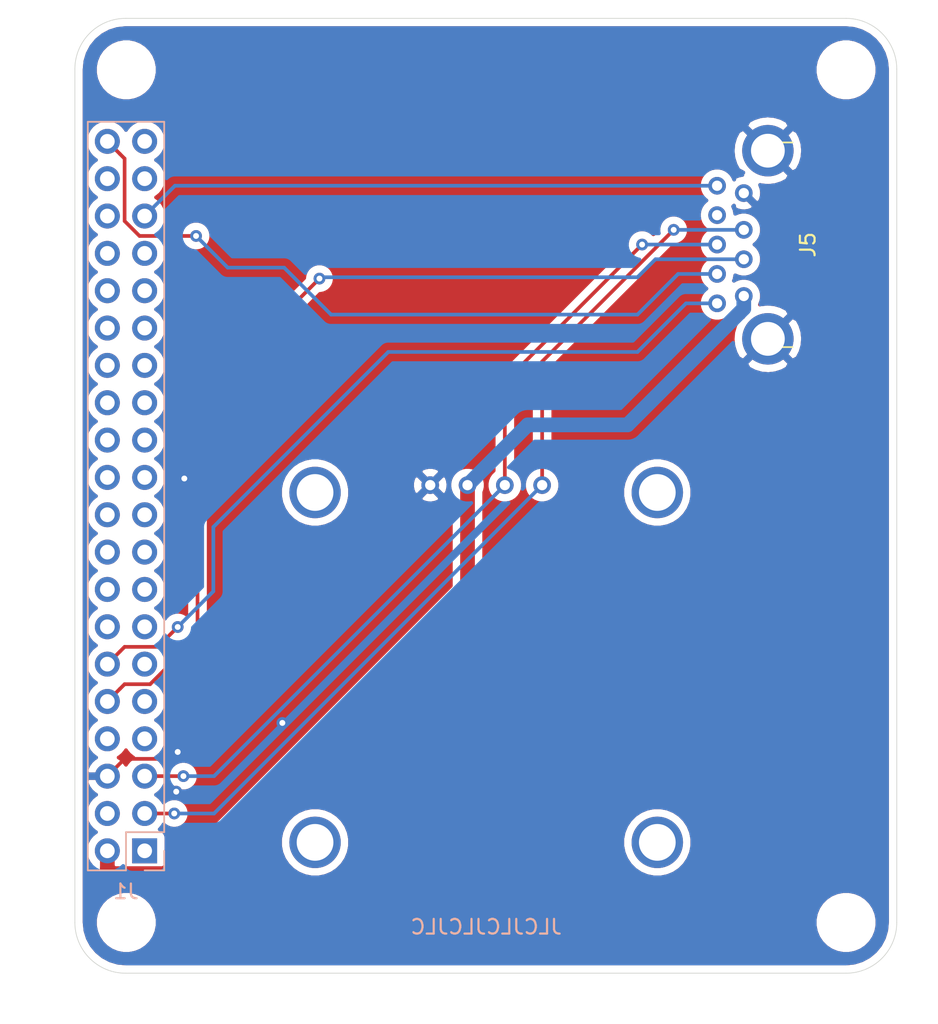
<source format=kicad_pcb>
(kicad_pcb (version 20171130) (host pcbnew "(5.1.0-0)")

  (general
    (thickness 1.6)
    (drawings 8)
    (tracks 77)
    (zones 0)
    (modules 5)
    (nets 42)
  )

  (page A4)
  (layers
    (0 F.Cu signal)
    (31 B.Cu signal)
    (32 B.Adhes user)
    (33 F.Adhes user)
    (34 B.Paste user)
    (35 F.Paste user)
    (36 B.SilkS user)
    (37 F.SilkS user)
    (38 B.Mask user)
    (39 F.Mask user)
    (40 Dwgs.User user)
    (41 Cmts.User user)
    (42 Eco1.User user)
    (43 Eco2.User user)
    (44 Edge.Cuts user)
    (45 Margin user)
    (46 B.CrtYd user)
    (47 F.CrtYd user)
    (48 B.Fab user)
    (49 F.Fab user)
  )

  (setup
    (last_trace_width 0.25)
    (user_trace_width 1)
    (trace_clearance 0.2)
    (zone_clearance 0.508)
    (zone_45_only no)
    (trace_min 0.2)
    (via_size 0.8)
    (via_drill 0.4)
    (via_min_size 0.4)
    (via_min_drill 0.3)
    (uvia_size 0.3)
    (uvia_drill 0.1)
    (uvias_allowed no)
    (uvia_min_size 0.2)
    (uvia_min_drill 0.1)
    (edge_width 0.05)
    (segment_width 0.2)
    (pcb_text_width 0.3)
    (pcb_text_size 1.5 1.5)
    (mod_edge_width 0.12)
    (mod_text_size 1 1)
    (mod_text_width 0.15)
    (pad_size 1.524 1.524)
    (pad_drill 0.762)
    (pad_to_mask_clearance 0.051)
    (solder_mask_min_width 0.25)
    (aux_axis_origin 0 0)
    (visible_elements FFFFFF7F)
    (pcbplotparams
      (layerselection 0x010fc_ffffffff)
      (usegerberextensions false)
      (usegerberattributes false)
      (usegerberadvancedattributes false)
      (creategerberjobfile false)
      (excludeedgelayer true)
      (linewidth 0.100000)
      (plotframeref false)
      (viasonmask false)
      (mode 1)
      (useauxorigin false)
      (hpglpennumber 1)
      (hpglpenspeed 20)
      (hpglpendiameter 15.000000)
      (psnegative false)
      (psa4output false)
      (plotreference true)
      (plotvalue true)
      (plotinvisibletext false)
      (padsonsilk false)
      (subtractmaskfromsilk false)
      (outputformat 1)
      (mirror false)
      (drillshape 0)
      (scaleselection 1)
      (outputdirectory "Gerbers/"))
  )

  (net 0 "")
  (net 1 /SDA)
  (net 2 /SCL)
  (net 3 VCC)
  (net 4 GND)
  (net 5 "Net-(J1-Pad39)")
  (net 6 "Net-(J1-Pad38)")
  (net 7 "Net-(J1-Pad37)")
  (net 8 "Net-(J1-Pad36)")
  (net 9 "Net-(J1-Pad34)")
  (net 10 "Net-(J1-Pad33)")
  (net 11 "Net-(J1-Pad32)")
  (net 12 "Net-(J1-Pad31)")
  (net 13 "Net-(J1-Pad30)")
  (net 14 "Net-(J1-Pad29)")
  (net 15 "Net-(J1-Pad28)")
  (net 16 "Net-(J1-Pad27)")
  (net 17 "Net-(J1-Pad26)")
  (net 18 "Net-(J1-Pad25)")
  (net 19 "Net-(J1-Pad24)")
  (net 20 "Net-(J1-Pad23)")
  (net 21 "Net-(J1-Pad22)")
  (net 22 "Net-(J1-Pad21)")
  (net 23 "Net-(J1-Pad20)")
  (net 24 "Net-(J1-Pad19)")
  (net 25 "Net-(J1-Pad18)")
  (net 26 "Net-(J1-Pad17)")
  (net 27 "Net-(J1-Pad16)")
  (net 28 "Net-(J1-Pad15)")
  (net 29 "Net-(J1-Pad14)")
  (net 30 "Net-(J1-Pad13)")
  (net 31 "Net-(J1-Pad11)")
  (net 32 "Net-(J1-Pad9)")
  (net 33 "Net-(J1-Pad8)")
  (net 34 "Net-(J1-Pad7)")
  (net 35 "Net-(J1-Pad4)")
  (net 36 "Net-(J1-Pad1)")
  (net 37 /PCM_DOUT)
  (net 38 /PCM_FS)
  (net 39 /PCM_CLK)
  (net 40 /RXD)
  (net 41 /TX+)

  (net_class Default "This is the default net class."
    (clearance 0.2)
    (trace_width 0.25)
    (via_dia 0.8)
    (via_drill 0.4)
    (uvia_dia 0.3)
    (uvia_drill 0.1)
    (add_net /PCM_CLK)
    (add_net /PCM_DOUT)
    (add_net /PCM_FS)
    (add_net /RXD)
    (add_net /SCL)
    (add_net /SDA)
    (add_net /TX+)
    (add_net GND)
    (add_net "Net-(J1-Pad1)")
    (add_net "Net-(J1-Pad11)")
    (add_net "Net-(J1-Pad13)")
    (add_net "Net-(J1-Pad14)")
    (add_net "Net-(J1-Pad15)")
    (add_net "Net-(J1-Pad16)")
    (add_net "Net-(J1-Pad17)")
    (add_net "Net-(J1-Pad18)")
    (add_net "Net-(J1-Pad19)")
    (add_net "Net-(J1-Pad20)")
    (add_net "Net-(J1-Pad21)")
    (add_net "Net-(J1-Pad22)")
    (add_net "Net-(J1-Pad23)")
    (add_net "Net-(J1-Pad24)")
    (add_net "Net-(J1-Pad25)")
    (add_net "Net-(J1-Pad26)")
    (add_net "Net-(J1-Pad27)")
    (add_net "Net-(J1-Pad28)")
    (add_net "Net-(J1-Pad29)")
    (add_net "Net-(J1-Pad30)")
    (add_net "Net-(J1-Pad31)")
    (add_net "Net-(J1-Pad32)")
    (add_net "Net-(J1-Pad33)")
    (add_net "Net-(J1-Pad34)")
    (add_net "Net-(J1-Pad36)")
    (add_net "Net-(J1-Pad37)")
    (add_net "Net-(J1-Pad38)")
    (add_net "Net-(J1-Pad39)")
    (add_net "Net-(J1-Pad4)")
    (add_net "Net-(J1-Pad7)")
    (add_net "Net-(J1-Pad8)")
    (add_net "Net-(J1-Pad9)")
    (add_net VCC)
  )

  (module VideoGames:OLED_128x64 (layer F.Cu) (tedit 5F96D860) (tstamp 5F8CF107)
    (at 137.5 95.9)
    (path /5F8CBEF1)
    (fp_text reference J3 (at 0 0.5) (layer F.Fab)
      (effects (font (size 1 1) (thickness 0.15)))
    )
    (fp_text value OLED_128x64 (at 0 -0.5) (layer F.Fab)
      (effects (font (size 1 1) (thickness 0.15)))
    )
    (fp_line (start 2.778 17.23) (end 24.522 17.23) (layer F.Fab) (width 0.12))
    (fp_line (start 2.778 6.366) (end 24.522 6.366) (layer F.Fab) (width 0.12))
    (fp_line (start 24.522 6.366) (end 24.522 17.23) (layer F.Fab) (width 0.12))
    (fp_line (start 2.778 6.366) (end 2.778 17.23) (layer F.Fab) (width 0.12))
    (fp_text user SDA (at 17.5 3.9 90) (layer F.Fab)
      (effects (font (size 1 1) (thickness 0.15)))
    )
    (fp_text user SCL (at 14.9 3.9 90) (layer F.Fab)
      (effects (font (size 1 1) (thickness 0.15)))
    )
    (fp_text user VCC (at 12.4 3.9 90) (layer F.Fab)
      (effects (font (size 1 1) (thickness 0.15)))
    )
    (fp_text user GND (at 9.8 3.9 90) (layer F.Fab)
      (effects (font (size 1 1) (thickness 0.15)))
    )
    (fp_line (start 0 27.8) (end 0 0) (layer F.CrtYd) (width 0.12))
    (fp_line (start 27.3 27.8) (end 0 27.8) (layer F.CrtYd) (width 0.12))
    (fp_line (start 27.3 0) (end 27.3 27.8) (layer F.CrtYd) (width 0.12))
    (fp_line (start 0 0) (end 27.3 0) (layer F.CrtYd) (width 0.12))
    (pad 4 thru_hole circle (at 17.46 1.5) (size 1.2 1.2) (drill 0.7) (layers *.Cu *.Mask)
      (net 1 /SDA))
    (pad 3 thru_hole circle (at 14.92 1.5) (size 1.2 1.2) (drill 0.7) (layers *.Cu *.Mask)
      (net 2 /SCL))
    (pad 2 thru_hole circle (at 12.38 1.5) (size 1.2 1.2) (drill 0.7) (layers *.Cu *.Mask)
      (net 3 VCC))
    (pad 1 thru_hole circle (at 9.84 1.5) (size 1.2 1.2) (drill 0.7) (layers *.Cu *.Mask)
      (net 4 GND))
    (pad "" np_thru_hole circle (at 25.3 25.8) (size 3.5 3.5) (drill 2.5) (layers *.Cu *.Mask))
    (pad "" np_thru_hole circle (at 2 25.8) (size 3.5 3.5) (drill 2.5) (layers *.Cu *.Mask))
    (pad "" np_thru_hole circle (at 25.3 2) (size 3.5 3.5) (drill 2.5) (layers *.Cu *.Mask))
    (pad "" np_thru_hole circle (at 2 2) (size 3.5 3.5) (drill 2.5) (layers *.Cu *.Mask))
  )

  (module VideoGames:JLCJLCJLCJLC (layer B.Cu) (tedit 5F96D644) (tstamp 5F972C91)
    (at 152.45 126.95)
    (path /5F96E48B)
    (fp_text reference U1 (at 0 -0.5) (layer B.Fab)
      (effects (font (size 1 1) (thickness 0.15)) (justify mirror))
    )
    (fp_text value JLCJLCJLCJLC (at -1.3 0.5) (layer B.SilkS)
      (effects (font (size 1 1) (thickness 0.15)) (justify mirror))
    )
  )

  (module "VideoGames:Raspberry Pi 3A+" (layer F.Cu) (tedit 5F8C8E8C) (tstamp 5F96D522)
    (at 126.65 127.15 90)
    (path /5F8C8D07)
    (fp_text reference J2 (at 0 0.5 90) (layer F.SilkS)
      (effects (font (size 1 1) (thickness 0.15)))
    )
    (fp_text value Raspberry_Pi_2_3 (at 0 -0.5 90) (layer F.Fab)
      (effects (font (size 1 1) (thickness 0.15)))
    )
    (fp_line (start 29 -2) (end 29 2) (layer F.Fab) (width 0.12))
    (fp_line (start 4 0) (end 54 0) (layer F.Fab) (width 0.12))
    (fp_line (start 61.5 0) (end 61.5 49) (layer F.Fab) (width 0.12))
    (fp_line (start 0 52.5) (end 58 52.5) (layer F.Fab) (width 0.12))
    (fp_line (start 0 -3.5) (end 58 -3.5) (layer F.Fab) (width 0.12))
    (fp_line (start -3.5 0) (end -3.5 49) (layer F.Fab) (width 0.12))
    (pad "" np_thru_hole circle (at 58 49 90) (size 3 3) (drill 3) (layers *.Cu *.Mask))
    (pad "" np_thru_hole circle (at 0 49 90) (size 3 3) (drill 3) (layers *.Cu *.Mask))
    (pad "" np_thru_hole circle (at 58 0 90) (size 3 3) (drill 3) (layers *.Cu *.Mask))
    (pad "" np_thru_hole circle (at 0 0 90) (size 3 3) (drill 3) (layers *.Cu *.Mask))
  )

  (module VideoGames:USB3_A (layer F.Cu) (tedit 5F8CB7F5) (tstamp 5F8D1C48)
    (at 169.45 77.55 270)
    (descr "USB 3.0, type A, right angle (http://www.molex.com/pdm_docs/sd/483930003_sd.pdf)")
    (tags "USB 3.0 type A right angle")
    (path /5F8CF166)
    (fp_text reference J5 (at 3.5 -3.6 270) (layer F.SilkS)
      (effects (font (size 1 1) (thickness 0.15)))
    )
    (fp_text value USB3_A (at 3.429 6.6675 270) (layer F.Fab)
      (effects (font (size 1 1) (thickness 0.15)))
    )
    (fp_line (start -3.46 4.6355) (end -3.46 -11.8645) (layer F.Fab) (width 0.12))
    (fp_line (start 10.46 -11.8645) (end 10.46 4.6355) (layer F.Fab) (width 0.12))
    (fp_line (start -3.46 4.6355) (end 10.46 4.6355) (layer F.Fab) (width 0.12))
    (fp_line (start -3.46 -11.8645) (end 10.46 -11.8645) (layer F.Fab) (width 0.12))
    (fp_line (start -4.0145 -12.446) (end 10.9855 -12.446) (layer F.CrtYd) (width 0.05))
    (fp_line (start 10.9855 -12.446) (end 10.9855 4.8895) (layer F.CrtYd) (width 0.05))
    (fp_line (start 10.9855 4.8895) (end -4.0145 4.8895) (layer F.CrtYd) (width 0.05))
    (fp_line (start -4.0145 4.8895) (end -4.0145 -12.446) (layer F.CrtYd) (width 0.05))
    (fp_text user %R (at 3.5 5 270) (layer F.Fab)
      (effects (font (size 1 1) (thickness 0.15)))
    )
    (fp_line (start 10.46 -2.56) (end 10.46 -1.85) (layer F.SilkS) (width 0.12))
    (fp_line (start -3.46 -2.56) (end -3.46 -1.85) (layer F.SilkS) (width 0.12))
    (pad 10 thru_hole circle (at -2.9 -0.877) (size 3.5 3.5) (drill 2.3) (layers *.Cu *.Mask)
      (net 4 GND))
    (pad 10 thru_hole circle (at 9.9 -0.877) (size 3.5 3.5) (drill 2.3) (layers *.Cu *.Mask)
      (net 4 GND))
    (pad 9 thru_hole circle (at 7.485 2.5795 90) (size 1.2 1.2) (drill 0.7) (layers *.Cu *.Mask)
      (net 39 /PCM_CLK))
    (pad 8 thru_hole circle (at 5.485 2.5795 90) (size 1.2 1.2) (drill 0.7) (layers *.Cu *.Mask)
      (net 37 /PCM_DOUT))
    (pad 7 thru_hole circle (at 3.485 2.5795 90) (size 1.2 1.2) (drill 0.7) (layers *.Cu *.Mask)
      (net 2 /SCL))
    (pad 6 thru_hole circle (at 1.485 2.5795 90) (size 1.2 1.2) (drill 0.7) (layers *.Cu *.Mask)
      (net 41 /TX+))
    (pad 5 thru_hole circle (at -0.515 2.5795 90) (size 1.2 1.2) (drill 0.7) (layers *.Cu *.Mask)
      (net 38 /PCM_FS))
    (pad 4 thru_hole circle (at -0.015 0.762 90) (size 1.2 1.2) (drill 0.7) (layers *.Cu *.Mask)
      (net 4 GND))
    (pad 3 thru_hole circle (at 2.485 0.762 90) (size 1.2 1.2) (drill 0.7) (layers *.Cu *.Mask)
      (net 1 /SDA))
    (pad 2 thru_hole circle (at 4.485 0.762 90) (size 1.2 1.2) (drill 0.7) (layers *.Cu *.Mask)
      (net 40 /RXD))
    (pad 1 thru_hole circle (at 6.985 0.762 90) (size 1.2 1.2) (drill 0.7) (layers *.Cu *.Mask)
      (net 3 VCC))
    (model ${KISYS3DMOD}/Connector_USB.3dshapes/USB3_A_Molex_48393-001.wrl
      (at (xyz 0 0 0))
      (scale (xyz 1 1 1))
      (rotate (xyz 0 0 0))
    )
  )

  (module Connector_PinSocket_2.54mm:PinSocket_2x20_P2.54mm_Vertical locked (layer B.Cu) (tedit 5A19A433) (tstamp 5F8CF4CD)
    (at 127.9 122.275)
    (descr "Through hole straight socket strip, 2x20, 2.54mm pitch, double cols (from Kicad 4.0.7), script generated")
    (tags "Through hole socket strip THT 2x20 2.54mm double row")
    (path /5F8CA873)
    (fp_text reference J1 (at -1.27 2.77) (layer B.SilkS)
      (effects (font (size 1 1) (thickness 0.15)) (justify mirror))
    )
    (fp_text value Conn_02x20_Odd_Even (at -1.27 -51.03) (layer B.Fab)
      (effects (font (size 1 1) (thickness 0.15)) (justify mirror))
    )
    (fp_text user %R (at -1.27 -24.13 -90) (layer B.Fab)
      (effects (font (size 1 1) (thickness 0.15)) (justify mirror))
    )
    (fp_line (start -4.34 -50) (end -4.34 1.8) (layer B.CrtYd) (width 0.05))
    (fp_line (start 1.76 -50) (end -4.34 -50) (layer B.CrtYd) (width 0.05))
    (fp_line (start 1.76 1.8) (end 1.76 -50) (layer B.CrtYd) (width 0.05))
    (fp_line (start -4.34 1.8) (end 1.76 1.8) (layer B.CrtYd) (width 0.05))
    (fp_line (start 0 1.33) (end 1.33 1.33) (layer B.SilkS) (width 0.12))
    (fp_line (start 1.33 1.33) (end 1.33 0) (layer B.SilkS) (width 0.12))
    (fp_line (start -1.27 1.33) (end -1.27 -1.27) (layer B.SilkS) (width 0.12))
    (fp_line (start -1.27 -1.27) (end 1.33 -1.27) (layer B.SilkS) (width 0.12))
    (fp_line (start 1.33 -1.27) (end 1.33 -49.59) (layer B.SilkS) (width 0.12))
    (fp_line (start -3.87 -49.59) (end 1.33 -49.59) (layer B.SilkS) (width 0.12))
    (fp_line (start -3.87 1.33) (end -3.87 -49.59) (layer B.SilkS) (width 0.12))
    (fp_line (start -3.87 1.33) (end -1.27 1.33) (layer B.SilkS) (width 0.12))
    (fp_line (start -3.81 -49.53) (end -3.81 1.27) (layer B.Fab) (width 0.1))
    (fp_line (start 1.27 -49.53) (end -3.81 -49.53) (layer B.Fab) (width 0.1))
    (fp_line (start 1.27 0.27) (end 1.27 -49.53) (layer B.Fab) (width 0.1))
    (fp_line (start 0.27 1.27) (end 1.27 0.27) (layer B.Fab) (width 0.1))
    (fp_line (start -3.81 1.27) (end 0.27 1.27) (layer B.Fab) (width 0.1))
    (pad 40 thru_hole oval (at -2.54 -48.26) (size 1.7 1.7) (drill 1) (layers *.Cu *.Mask)
      (net 37 /PCM_DOUT))
    (pad 39 thru_hole oval (at 0 -48.26) (size 1.7 1.7) (drill 1) (layers *.Cu *.Mask)
      (net 5 "Net-(J1-Pad39)"))
    (pad 38 thru_hole oval (at -2.54 -45.72) (size 1.7 1.7) (drill 1) (layers *.Cu *.Mask)
      (net 6 "Net-(J1-Pad38)"))
    (pad 37 thru_hole oval (at 0 -45.72) (size 1.7 1.7) (drill 1) (layers *.Cu *.Mask)
      (net 7 "Net-(J1-Pad37)"))
    (pad 36 thru_hole oval (at -2.54 -43.18) (size 1.7 1.7) (drill 1) (layers *.Cu *.Mask)
      (net 8 "Net-(J1-Pad36)"))
    (pad 35 thru_hole oval (at 0 -43.18) (size 1.7 1.7) (drill 1) (layers *.Cu *.Mask)
      (net 38 /PCM_FS))
    (pad 34 thru_hole oval (at -2.54 -40.64) (size 1.7 1.7) (drill 1) (layers *.Cu *.Mask)
      (net 9 "Net-(J1-Pad34)"))
    (pad 33 thru_hole oval (at 0 -40.64) (size 1.7 1.7) (drill 1) (layers *.Cu *.Mask)
      (net 10 "Net-(J1-Pad33)"))
    (pad 32 thru_hole oval (at -2.54 -38.1) (size 1.7 1.7) (drill 1) (layers *.Cu *.Mask)
      (net 11 "Net-(J1-Pad32)"))
    (pad 31 thru_hole oval (at 0 -38.1) (size 1.7 1.7) (drill 1) (layers *.Cu *.Mask)
      (net 12 "Net-(J1-Pad31)"))
    (pad 30 thru_hole oval (at -2.54 -35.56) (size 1.7 1.7) (drill 1) (layers *.Cu *.Mask)
      (net 13 "Net-(J1-Pad30)"))
    (pad 29 thru_hole oval (at 0 -35.56) (size 1.7 1.7) (drill 1) (layers *.Cu *.Mask)
      (net 14 "Net-(J1-Pad29)"))
    (pad 28 thru_hole oval (at -2.54 -33.02) (size 1.7 1.7) (drill 1) (layers *.Cu *.Mask)
      (net 15 "Net-(J1-Pad28)"))
    (pad 27 thru_hole oval (at 0 -33.02) (size 1.7 1.7) (drill 1) (layers *.Cu *.Mask)
      (net 16 "Net-(J1-Pad27)"))
    (pad 26 thru_hole oval (at -2.54 -30.48) (size 1.7 1.7) (drill 1) (layers *.Cu *.Mask)
      (net 17 "Net-(J1-Pad26)"))
    (pad 25 thru_hole oval (at 0 -30.48) (size 1.7 1.7) (drill 1) (layers *.Cu *.Mask)
      (net 18 "Net-(J1-Pad25)"))
    (pad 24 thru_hole oval (at -2.54 -27.94) (size 1.7 1.7) (drill 1) (layers *.Cu *.Mask)
      (net 19 "Net-(J1-Pad24)"))
    (pad 23 thru_hole oval (at 0 -27.94) (size 1.7 1.7) (drill 1) (layers *.Cu *.Mask)
      (net 20 "Net-(J1-Pad23)"))
    (pad 22 thru_hole oval (at -2.54 -25.4) (size 1.7 1.7) (drill 1) (layers *.Cu *.Mask)
      (net 21 "Net-(J1-Pad22)"))
    (pad 21 thru_hole oval (at 0 -25.4) (size 1.7 1.7) (drill 1) (layers *.Cu *.Mask)
      (net 22 "Net-(J1-Pad21)"))
    (pad 20 thru_hole oval (at -2.54 -22.86) (size 1.7 1.7) (drill 1) (layers *.Cu *.Mask)
      (net 23 "Net-(J1-Pad20)"))
    (pad 19 thru_hole oval (at 0 -22.86) (size 1.7 1.7) (drill 1) (layers *.Cu *.Mask)
      (net 24 "Net-(J1-Pad19)"))
    (pad 18 thru_hole oval (at -2.54 -20.32) (size 1.7 1.7) (drill 1) (layers *.Cu *.Mask)
      (net 25 "Net-(J1-Pad18)"))
    (pad 17 thru_hole oval (at 0 -20.32) (size 1.7 1.7) (drill 1) (layers *.Cu *.Mask)
      (net 26 "Net-(J1-Pad17)"))
    (pad 16 thru_hole oval (at -2.54 -17.78) (size 1.7 1.7) (drill 1) (layers *.Cu *.Mask)
      (net 27 "Net-(J1-Pad16)"))
    (pad 15 thru_hole oval (at 0 -17.78) (size 1.7 1.7) (drill 1) (layers *.Cu *.Mask)
      (net 28 "Net-(J1-Pad15)"))
    (pad 14 thru_hole oval (at -2.54 -15.24) (size 1.7 1.7) (drill 1) (layers *.Cu *.Mask)
      (net 29 "Net-(J1-Pad14)"))
    (pad 13 thru_hole oval (at 0 -15.24) (size 1.7 1.7) (drill 1) (layers *.Cu *.Mask)
      (net 30 "Net-(J1-Pad13)"))
    (pad 12 thru_hole oval (at -2.54 -12.7) (size 1.7 1.7) (drill 1) (layers *.Cu *.Mask)
      (net 39 /PCM_CLK))
    (pad 11 thru_hole oval (at 0 -12.7) (size 1.7 1.7) (drill 1) (layers *.Cu *.Mask)
      (net 31 "Net-(J1-Pad11)"))
    (pad 10 thru_hole oval (at -2.54 -10.16) (size 1.7 1.7) (drill 1) (layers *.Cu *.Mask)
      (net 40 /RXD))
    (pad 9 thru_hole oval (at 0 -10.16) (size 1.7 1.7) (drill 1) (layers *.Cu *.Mask)
      (net 32 "Net-(J1-Pad9)"))
    (pad 8 thru_hole oval (at -2.54 -7.62) (size 1.7 1.7) (drill 1) (layers *.Cu *.Mask)
      (net 33 "Net-(J1-Pad8)"))
    (pad 7 thru_hole oval (at 0 -7.62) (size 1.7 1.7) (drill 1) (layers *.Cu *.Mask)
      (net 34 "Net-(J1-Pad7)"))
    (pad 6 thru_hole oval (at -2.54 -5.08) (size 1.7 1.7) (drill 1) (layers *.Cu *.Mask)
      (net 4 GND))
    (pad 5 thru_hole oval (at 0 -5.08) (size 1.7 1.7) (drill 1) (layers *.Cu *.Mask)
      (net 2 /SCL))
    (pad 4 thru_hole oval (at -2.54 -2.54) (size 1.7 1.7) (drill 1) (layers *.Cu *.Mask)
      (net 35 "Net-(J1-Pad4)"))
    (pad 3 thru_hole oval (at 0 -2.54) (size 1.7 1.7) (drill 1) (layers *.Cu *.Mask)
      (net 1 /SDA))
    (pad 2 thru_hole oval (at -2.54 0) (size 1.7 1.7) (drill 1) (layers *.Cu *.Mask)
      (net 3 VCC))
    (pad 1 thru_hole rect (at 0 0) (size 1.7 1.7) (drill 1) (layers *.Cu *.Mask)
      (net 36 "Net-(J1-Pad1)"))
    (model ${KISYS3DMOD}/Connector_PinSocket_2.54mm.3dshapes/PinSocket_2x20_P2.54mm_Vertical.wrl
      (at (xyz 0 0 0))
      (scale (xyz 1 1 1))
      (rotate (xyz 0 0 0))
    )
  )

  (gr_arc (start 126.6 69.1) (end 126.6 65.65) (angle -90) (layer Edge.Cuts) (width 0.05) (tstamp 5F8D114A))
  (gr_arc (start 175.65 69.1) (end 179.1 69.1) (angle -90) (layer Edge.Cuts) (width 0.05) (tstamp 5F8D114A))
  (gr_arc (start 175.65 127.15) (end 175.65 130.6) (angle -90) (layer Edge.Cuts) (width 0.05) (tstamp 5F8D114A))
  (gr_arc (start 126.6 127.15) (end 123.15 127.15) (angle -90) (layer Edge.Cuts) (width 0.05))
  (gr_line (start 123.15 69.1) (end 123.15 127.15) (layer Edge.Cuts) (width 0.05))
  (gr_line (start 175.65 65.65) (end 126.6 65.65) (layer Edge.Cuts) (width 0.05))
  (gr_line (start 179.1 127.15) (end 179.1 69.1) (layer Edge.Cuts) (width 0.05))
  (gr_line (start 126.6 130.6) (end 175.65 130.6) (layer Edge.Cuts) (width 0.05))

  (segment (start 156.585 87.365) (end 163.915 80.035) (width 0.25) (layer F.Cu) (net 1))
  (via (at 163.915 80.035) (size 0.8) (drill 0.4) (layers F.Cu B.Cu) (net 1))
  (segment (start 168.688 80.035) (end 163.915 80.035) (width 0.25) (layer B.Cu) (net 1))
  (segment (start 127.9 119.735) (end 129.915 119.735) (width 0.25) (layer F.Cu) (net 1))
  (segment (start 154.96 88.99) (end 156.585 87.365) (width 0.25) (layer F.Cu) (net 1))
  (segment (start 154.96 97.4) (end 154.96 88.99) (width 0.25) (layer F.Cu) (net 1))
  (via (at 129.915 119.735) (size 0.8) (drill 0.4) (layers F.Cu B.Cu) (net 1))
  (segment (start 132.625 119.735) (end 133.5425 118.8175) (width 0.25) (layer B.Cu) (net 1))
  (segment (start 129.915 119.735) (end 132.625 119.735) (width 0.25) (layer B.Cu) (net 1))
  (segment (start 154.96 97.4) (end 133.5425 118.8175) (width 0.25) (layer B.Cu) (net 1))
  (segment (start 166.8705 81.035) (end 161.765 81.035) (width 0.25) (layer B.Cu) (net 2))
  (via (at 161.765 81.035) (size 0.8) (drill 0.4) (layers F.Cu B.Cu) (net 2))
  (segment (start 154.045 88.755) (end 161.765 81.035) (width 0.25) (layer F.Cu) (net 2))
  (segment (start 127.9 117.195) (end 130.539002 117.195) (width 0.25) (layer F.Cu) (net 2))
  (segment (start 152.42 90.38) (end 154.045 88.755) (width 0.25) (layer F.Cu) (net 2))
  (segment (start 152.42 97.4) (end 152.42 90.38) (width 0.25) (layer F.Cu) (net 2))
  (via (at 130.539002 117.195) (size 0.8) (drill 0.4) (layers F.Cu B.Cu) (net 2))
  (segment (start 132.625 117.195) (end 130.539002 117.195) (width 0.25) (layer B.Cu) (net 2))
  (segment (start 152.42 97.4) (end 132.625 117.195) (width 0.25) (layer B.Cu) (net 2))
  (segment (start 168.688 85.383528) (end 160.771528 93.3) (width 1) (layer B.Cu) (net 3))
  (segment (start 168.688 84.535) (end 168.688 85.383528) (width 1) (layer B.Cu) (net 3))
  (segment (start 125.36 123.477081) (end 125.36 122.275) (width 1) (layer F.Cu) (net 3))
  (segment (start 129.310001 123.825001) (end 125.70792 123.825001) (width 1) (layer F.Cu) (net 3))
  (segment (start 125.70792 123.825001) (end 125.36 123.477081) (width 1) (layer F.Cu) (net 3))
  (segment (start 149.88 97.4) (end 153.98 93.3) (width 1) (layer B.Cu) (net 3))
  (segment (start 156.75 93.3) (end 155.605 93.3) (width 1) (layer B.Cu) (net 3))
  (segment (start 153.98 93.3) (end 156.75 93.3) (width 1) (layer B.Cu) (net 3))
  (segment (start 160.771528 93.3) (end 156.75 93.3) (width 1) (layer B.Cu) (net 3))
  (segment (start 129.450001 123.685001) (end 130.914999 123.685001) (width 1) (layer F.Cu) (net 3))
  (segment (start 129.310001 123.825001) (end 129.450001 123.685001) (width 1) (layer F.Cu) (net 3))
  (segment (start 149.88 104.72) (end 149.88 97.4) (width 1) (layer F.Cu) (net 3))
  (segment (start 130.914999 123.685001) (end 149.88 104.72) (width 1) (layer F.Cu) (net 3))
  (via (at 130.6 96.95) (size 0.8) (drill 0.4) (layers F.Cu B.Cu) (net 4))
  (via (at 130.15 115.55) (size 0.8) (drill 0.4) (layers F.Cu B.Cu) (net 4))
  (segment (start 129.680001 116.019999) (end 130.15 115.55) (width 0.25) (layer F.Cu) (net 4))
  (segment (start 126.535001 116.019999) (end 129.680001 116.019999) (width 0.25) (layer F.Cu) (net 4))
  (segment (start 125.36 117.195) (end 126.535001 116.019999) (width 0.25) (layer F.Cu) (net 4))
  (via (at 130.05 118.25) (size 0.8) (drill 0.4) (layers F.Cu B.Cu) (net 4))
  (via (at 137.27484 113.57484) (size 0.8) (drill 0.4) (layers F.Cu B.Cu) (net 4))
  (segment (start 164.215 83.035) (end 161.45 85.8) (width 0.25) (layer B.Cu) (net 37))
  (segment (start 166.8705 83.035) (end 164.215 83.035) (width 0.25) (layer B.Cu) (net 37))
  (segment (start 161.45 85.8) (end 140.59 85.8) (width 0.25) (layer B.Cu) (net 37))
  (via (at 131.4 80.45) (size 0.8) (drill 0.4) (layers F.Cu B.Cu) (net 37))
  (segment (start 137.395 82.605) (end 133.555 82.605) (width 0.25) (layer B.Cu) (net 37))
  (segment (start 133.555 82.605) (end 131.4 80.45) (width 0.25) (layer B.Cu) (net 37))
  (segment (start 140.59 85.8) (end 137.395 82.605) (width 0.25) (layer B.Cu) (net 37))
  (segment (start 126.209999 74.864999) (end 125.36 74.015) (width 0.25) (layer F.Cu) (net 37))
  (segment (start 126.535001 75.190001) (end 126.209999 74.864999) (width 0.25) (layer F.Cu) (net 37))
  (segment (start 127.55 80.45) (end 126.535001 79.435001) (width 0.25) (layer F.Cu) (net 37))
  (segment (start 126.535001 79.435001) (end 126.535001 75.190001) (width 0.25) (layer F.Cu) (net 37))
  (segment (start 131.4 80.45) (end 127.55 80.45) (width 0.25) (layer F.Cu) (net 37))
  (segment (start 129.96 77.035) (end 127.9 79.095) (width 0.25) (layer B.Cu) (net 38))
  (segment (start 166.8705 77.035) (end 129.96 77.035) (width 0.25) (layer B.Cu) (net 38))
  (via (at 130.15 107.05) (size 0.8) (drill 0.4) (layers F.Cu B.Cu) (net 39))
  (segment (start 126.209999 108.725001) (end 125.36 109.575) (width 0.25) (layer F.Cu) (net 39))
  (segment (start 126.535001 108.399999) (end 126.209999 108.725001) (width 0.25) (layer F.Cu) (net 39))
  (segment (start 128.800001 108.399999) (end 126.535001 108.399999) (width 0.25) (layer F.Cu) (net 39))
  (segment (start 130.15 107.05) (end 128.800001 108.399999) (width 0.25) (layer F.Cu) (net 39))
  (segment (start 164.755 85.035) (end 166.8705 85.035) (width 0.25) (layer B.Cu) (net 39))
  (segment (start 132.575 100.25) (end 144.485 88.34) (width 0.25) (layer B.Cu) (net 39))
  (segment (start 161.45 88.34) (end 164.755 85.035) (width 0.25) (layer B.Cu) (net 39))
  (segment (start 130.15 107.05) (end 132.575 104.625) (width 0.25) (layer B.Cu) (net 39))
  (segment (start 132.575 104.625) (end 132.575 100.25) (width 0.25) (layer B.Cu) (net 39))
  (segment (start 144.485 88.34) (end 161.45 88.34) (width 0.25) (layer B.Cu) (net 39))
  (segment (start 162.675 82.035) (end 161.45 83.26) (width 0.25) (layer B.Cu) (net 40))
  (segment (start 168.688 82.035) (end 162.675 82.035) (width 0.25) (layer B.Cu) (net 40))
  (segment (start 126.209999 111.265001) (end 125.36 112.115) (width 0.25) (layer F.Cu) (net 40))
  (segment (start 126.535001 110.939999) (end 126.209999 111.265001) (width 0.25) (layer F.Cu) (net 40))
  (segment (start 128.274003 110.939999) (end 126.535001 110.939999) (width 0.25) (layer F.Cu) (net 40))
  (segment (start 131.500001 107.714001) (end 128.274003 110.939999) (width 0.25) (layer F.Cu) (net 40))
  (segment (start 131.500001 86.029999) (end 131.500001 107.714001) (width 0.25) (layer F.Cu) (net 40))
  (segment (start 132.35 85.18) (end 131.500001 86.029999) (width 0.25) (layer F.Cu) (net 40))
  (via (at 139.8 83.35) (size 0.8) (drill 0.4) (layers F.Cu B.Cu) (net 40))
  (segment (start 139.89 83.26) (end 139.8 83.35) (width 0.25) (layer B.Cu) (net 40))
  (segment (start 161.45 83.26) (end 139.89 83.26) (width 0.25) (layer B.Cu) (net 40))
  (segment (start 137.97 85.18) (end 132.35 85.18) (width 0.25) (layer F.Cu) (net 40))
  (segment (start 139.8 83.35) (end 137.97 85.18) (width 0.25) (layer F.Cu) (net 40))

  (zone (net 4) (net_name GND) (layer F.Cu) (tstamp 5F8D85CE) (hatch edge 0.508)
    (connect_pads (clearance 0.508))
    (min_thickness 0.254)
    (fill yes (arc_segments 32) (thermal_gap 0.508) (thermal_bridge_width 0.508))
    (polygon
      (pts
        (xy 121.85 64.4) (xy 181.75 64.4) (xy 181.75 134.05) (xy 121.95 134.05)
      )
    )
    (filled_polygon
      (pts
        (xy 176.191298 66.36624) (xy 176.71198 66.523442) (xy 177.192213 66.778787) (xy 177.613702 67.122546) (xy 177.96039 67.541619)
        (xy 178.219079 68.020056) (xy 178.379916 68.539632) (xy 178.440001 69.111317) (xy 178.44 127.117721) (xy 178.38376 127.691299)
        (xy 178.226556 128.211983) (xy 177.971214 128.69221) (xy 177.627456 129.1137) (xy 177.208381 129.46039) (xy 176.729945 129.719079)
        (xy 176.210367 129.879916) (xy 175.638702 129.94) (xy 126.632279 129.94) (xy 126.058701 129.88376) (xy 125.538017 129.726556)
        (xy 125.05779 129.471214) (xy 124.6363 129.127456) (xy 124.28961 128.708381) (xy 124.030921 128.229945) (xy 123.870084 127.710367)
        (xy 123.81 127.138702) (xy 123.81 126.939721) (xy 124.515 126.939721) (xy 124.515 127.360279) (xy 124.597047 127.772756)
        (xy 124.757988 128.161302) (xy 124.991637 128.510983) (xy 125.289017 128.808363) (xy 125.638698 129.042012) (xy 126.027244 129.202953)
        (xy 126.439721 129.285) (xy 126.860279 129.285) (xy 127.272756 129.202953) (xy 127.661302 129.042012) (xy 128.010983 128.808363)
        (xy 128.308363 128.510983) (xy 128.542012 128.161302) (xy 128.702953 127.772756) (xy 128.785 127.360279) (xy 128.785 126.939721)
        (xy 173.515 126.939721) (xy 173.515 127.360279) (xy 173.597047 127.772756) (xy 173.757988 128.161302) (xy 173.991637 128.510983)
        (xy 174.289017 128.808363) (xy 174.638698 129.042012) (xy 175.027244 129.202953) (xy 175.439721 129.285) (xy 175.860279 129.285)
        (xy 176.272756 129.202953) (xy 176.661302 129.042012) (xy 177.010983 128.808363) (xy 177.308363 128.510983) (xy 177.542012 128.161302)
        (xy 177.702953 127.772756) (xy 177.785 127.360279) (xy 177.785 126.939721) (xy 177.702953 126.527244) (xy 177.542012 126.138698)
        (xy 177.308363 125.789017) (xy 177.010983 125.491637) (xy 176.661302 125.257988) (xy 176.272756 125.097047) (xy 175.860279 125.015)
        (xy 175.439721 125.015) (xy 175.027244 125.097047) (xy 174.638698 125.257988) (xy 174.289017 125.491637) (xy 173.991637 125.789017)
        (xy 173.757988 126.138698) (xy 173.597047 126.527244) (xy 173.515 126.939721) (xy 128.785 126.939721) (xy 128.702953 126.527244)
        (xy 128.542012 126.138698) (xy 128.308363 125.789017) (xy 128.010983 125.491637) (xy 127.661302 125.257988) (xy 127.272756 125.097047)
        (xy 126.860279 125.015) (xy 126.439721 125.015) (xy 126.027244 125.097047) (xy 125.638698 125.257988) (xy 125.289017 125.491637)
        (xy 124.991637 125.789017) (xy 124.757988 126.138698) (xy 124.597047 126.527244) (xy 124.515 126.939721) (xy 123.81 126.939721)
        (xy 123.81 74.015) (xy 123.867815 74.015) (xy 123.896487 74.306111) (xy 123.981401 74.586034) (xy 124.119294 74.844014)
        (xy 124.304866 75.070134) (xy 124.530986 75.255706) (xy 124.585791 75.285) (xy 124.530986 75.314294) (xy 124.304866 75.499866)
        (xy 124.119294 75.725986) (xy 123.981401 75.983966) (xy 123.896487 76.263889) (xy 123.867815 76.555) (xy 123.896487 76.846111)
        (xy 123.981401 77.126034) (xy 124.119294 77.384014) (xy 124.304866 77.610134) (xy 124.530986 77.795706) (xy 124.585791 77.825)
        (xy 124.530986 77.854294) (xy 124.304866 78.039866) (xy 124.119294 78.265986) (xy 123.981401 78.523966) (xy 123.896487 78.803889)
        (xy 123.867815 79.095) (xy 123.896487 79.386111) (xy 123.981401 79.666034) (xy 124.119294 79.924014) (xy 124.304866 80.150134)
        (xy 124.530986 80.335706) (xy 124.585791 80.365) (xy 124.530986 80.394294) (xy 124.304866 80.579866) (xy 124.119294 80.805986)
        (xy 123.981401 81.063966) (xy 123.896487 81.343889) (xy 123.867815 81.635) (xy 123.896487 81.926111) (xy 123.981401 82.206034)
        (xy 124.119294 82.464014) (xy 124.304866 82.690134) (xy 124.530986 82.875706) (xy 124.585791 82.905) (xy 124.530986 82.934294)
        (xy 124.304866 83.119866) (xy 124.119294 83.345986) (xy 123.981401 83.603966) (xy 123.896487 83.883889) (xy 123.867815 84.175)
        (xy 123.896487 84.466111) (xy 123.981401 84.746034) (xy 124.119294 85.004014) (xy 124.304866 85.230134) (xy 124.530986 85.415706)
        (xy 124.585791 85.445) (xy 124.530986 85.474294) (xy 124.304866 85.659866) (xy 124.119294 85.885986) (xy 123.981401 86.143966)
        (xy 123.896487 86.423889) (xy 123.867815 86.715) (xy 123.896487 87.006111) (xy 123.981401 87.286034) (xy 124.119294 87.544014)
        (xy 124.304866 87.770134) (xy 124.530986 87.955706) (xy 124.585791 87.985) (xy 124.530986 88.014294) (xy 124.304866 88.199866)
        (xy 124.119294 88.425986) (xy 123.981401 88.683966) (xy 123.896487 88.963889) (xy 123.867815 89.255) (xy 123.896487 89.546111)
        (xy 123.981401 89.826034) (xy 124.119294 90.084014) (xy 124.304866 90.310134) (xy 124.530986 90.495706) (xy 124.585791 90.525)
        (xy 124.530986 90.554294) (xy 124.304866 90.739866) (xy 124.119294 90.965986) (xy 123.981401 91.223966) (xy 123.896487 91.503889)
        (xy 123.867815 91.795) (xy 123.896487 92.086111) (xy 123.981401 92.366034) (xy 124.119294 92.624014) (xy 124.304866 92.850134)
        (xy 124.530986 93.035706) (xy 124.585791 93.065) (xy 124.530986 93.094294) (xy 124.304866 93.279866) (xy 124.119294 93.505986)
        (xy 123.981401 93.763966) (xy 123.896487 94.043889) (xy 123.867815 94.335) (xy 123.896487 94.626111) (xy 123.981401 94.906034)
        (xy 124.119294 95.164014) (xy 124.304866 95.390134) (xy 124.530986 95.575706) (xy 124.585791 95.605) (xy 124.530986 95.634294)
        (xy 124.304866 95.819866) (xy 124.119294 96.045986) (xy 123.981401 96.303966) (xy 123.896487 96.583889) (xy 123.867815 96.875)
        (xy 123.896487 97.166111) (xy 123.981401 97.446034) (xy 124.119294 97.704014) (xy 124.304866 97.930134) (xy 124.530986 98.115706)
        (xy 124.585791 98.145) (xy 124.530986 98.174294) (xy 124.304866 98.359866) (xy 124.119294 98.585986) (xy 123.981401 98.843966)
        (xy 123.896487 99.123889) (xy 123.867815 99.415) (xy 123.896487 99.706111) (xy 123.981401 99.986034) (xy 124.119294 100.244014)
        (xy 124.304866 100.470134) (xy 124.530986 100.655706) (xy 124.585791 100.685) (xy 124.530986 100.714294) (xy 124.304866 100.899866)
        (xy 124.119294 101.125986) (xy 123.981401 101.383966) (xy 123.896487 101.663889) (xy 123.867815 101.955) (xy 123.896487 102.246111)
        (xy 123.981401 102.526034) (xy 124.119294 102.784014) (xy 124.304866 103.010134) (xy 124.530986 103.195706) (xy 124.585791 103.225)
        (xy 124.530986 103.254294) (xy 124.304866 103.439866) (xy 124.119294 103.665986) (xy 123.981401 103.923966) (xy 123.896487 104.203889)
        (xy 123.867815 104.495) (xy 123.896487 104.786111) (xy 123.981401 105.066034) (xy 124.119294 105.324014) (xy 124.304866 105.550134)
        (xy 124.530986 105.735706) (xy 124.585791 105.765) (xy 124.530986 105.794294) (xy 124.304866 105.979866) (xy 124.119294 106.205986)
        (xy 123.981401 106.463966) (xy 123.896487 106.743889) (xy 123.867815 107.035) (xy 123.896487 107.326111) (xy 123.981401 107.606034)
        (xy 124.119294 107.864014) (xy 124.304866 108.090134) (xy 124.530986 108.275706) (xy 124.585791 108.305) (xy 124.530986 108.334294)
        (xy 124.304866 108.519866) (xy 124.119294 108.745986) (xy 123.981401 109.003966) (xy 123.896487 109.283889) (xy 123.867815 109.575)
        (xy 123.896487 109.866111) (xy 123.981401 110.146034) (xy 124.119294 110.404014) (xy 124.304866 110.630134) (xy 124.530986 110.815706)
        (xy 124.585791 110.845) (xy 124.530986 110.874294) (xy 124.304866 111.059866) (xy 124.119294 111.285986) (xy 123.981401 111.543966)
        (xy 123.896487 111.823889) (xy 123.867815 112.115) (xy 123.896487 112.406111) (xy 123.981401 112.686034) (xy 124.119294 112.944014)
        (xy 124.304866 113.170134) (xy 124.530986 113.355706) (xy 124.585791 113.385) (xy 124.530986 113.414294) (xy 124.304866 113.599866)
        (xy 124.119294 113.825986) (xy 123.981401 114.083966) (xy 123.896487 114.363889) (xy 123.867815 114.655) (xy 123.896487 114.946111)
        (xy 123.981401 115.226034) (xy 124.119294 115.484014) (xy 124.304866 115.710134) (xy 124.530986 115.895706) (xy 124.595523 115.930201)
        (xy 124.478645 115.999822) (xy 124.262412 116.194731) (xy 124.088359 116.42808) (xy 123.963175 116.690901) (xy 123.918524 116.83811)
        (xy 124.039845 117.068) (xy 125.233 117.068) (xy 125.233 117.048) (xy 125.487 117.048) (xy 125.487 117.068)
        (xy 125.507 117.068) (xy 125.507 117.322) (xy 125.487 117.322) (xy 125.487 117.342) (xy 125.233 117.342)
        (xy 125.233 117.322) (xy 124.039845 117.322) (xy 123.918524 117.55189) (xy 123.963175 117.699099) (xy 124.088359 117.96192)
        (xy 124.262412 118.195269) (xy 124.478645 118.390178) (xy 124.595523 118.459799) (xy 124.530986 118.494294) (xy 124.304866 118.679866)
        (xy 124.119294 118.905986) (xy 123.981401 119.163966) (xy 123.896487 119.443889) (xy 123.867815 119.735) (xy 123.896487 120.026111)
        (xy 123.981401 120.306034) (xy 124.119294 120.564014) (xy 124.304866 120.790134) (xy 124.530986 120.975706) (xy 124.585791 121.005)
        (xy 124.530986 121.034294) (xy 124.304866 121.219866) (xy 124.119294 121.445986) (xy 123.981401 121.703966) (xy 123.896487 121.983889)
        (xy 123.867815 122.275) (xy 123.896487 122.566111) (xy 123.981401 122.846034) (xy 124.119294 123.104014) (xy 124.225 123.232817)
        (xy 124.225 123.42133) (xy 124.219509 123.477081) (xy 124.225 123.532832) (xy 124.241423 123.699579) (xy 124.306324 123.913527)
        (xy 124.411716 124.110704) (xy 124.553551 124.28353) (xy 124.596865 124.319077) (xy 124.865924 124.588136) (xy 124.901471 124.63145)
        (xy 125.074297 124.773285) (xy 125.271473 124.878677) (xy 125.445026 124.931324) (xy 125.48542 124.943578) (xy 125.506413 124.945645)
        (xy 125.652168 124.960001) (xy 125.652175 124.960001) (xy 125.707919 124.965491) (xy 125.763663 124.960001) (xy 129.25425 124.960001)
        (xy 129.310001 124.965492) (xy 129.365752 124.960001) (xy 129.365753 124.960001) (xy 129.5325 124.943578) (xy 129.746448 124.878677)
        (xy 129.856224 124.820001) (xy 130.859248 124.820001) (xy 130.914999 124.825492) (xy 130.97075 124.820001) (xy 130.970751 124.820001)
        (xy 131.137498 124.803578) (xy 131.351446 124.738677) (xy 131.548622 124.633285) (xy 131.721448 124.49145) (xy 131.756995 124.448136)
        (xy 134.740033 121.465098) (xy 137.115 121.465098) (xy 137.115 121.934902) (xy 137.206654 122.395679) (xy 137.38644 122.829721)
        (xy 137.64745 123.220349) (xy 137.979651 123.55255) (xy 138.370279 123.81356) (xy 138.804321 123.993346) (xy 139.265098 124.085)
        (xy 139.734902 124.085) (xy 140.195679 123.993346) (xy 140.629721 123.81356) (xy 141.020349 123.55255) (xy 141.35255 123.220349)
        (xy 141.61356 122.829721) (xy 141.793346 122.395679) (xy 141.885 121.934902) (xy 141.885 121.465098) (xy 160.415 121.465098)
        (xy 160.415 121.934902) (xy 160.506654 122.395679) (xy 160.68644 122.829721) (xy 160.94745 123.220349) (xy 161.279651 123.55255)
        (xy 161.670279 123.81356) (xy 162.104321 123.993346) (xy 162.565098 124.085) (xy 163.034902 124.085) (xy 163.495679 123.993346)
        (xy 163.929721 123.81356) (xy 164.320349 123.55255) (xy 164.65255 123.220349) (xy 164.91356 122.829721) (xy 165.093346 122.395679)
        (xy 165.185 121.934902) (xy 165.185 121.465098) (xy 165.093346 121.004321) (xy 164.91356 120.570279) (xy 164.65255 120.179651)
        (xy 164.320349 119.84745) (xy 163.929721 119.58644) (xy 163.495679 119.406654) (xy 163.034902 119.315) (xy 162.565098 119.315)
        (xy 162.104321 119.406654) (xy 161.670279 119.58644) (xy 161.279651 119.84745) (xy 160.94745 120.179651) (xy 160.68644 120.570279)
        (xy 160.506654 121.004321) (xy 160.415 121.465098) (xy 141.885 121.465098) (xy 141.793346 121.004321) (xy 141.61356 120.570279)
        (xy 141.35255 120.179651) (xy 141.020349 119.84745) (xy 140.629721 119.58644) (xy 140.195679 119.406654) (xy 139.734902 119.315)
        (xy 139.265098 119.315) (xy 138.804321 119.406654) (xy 138.370279 119.58644) (xy 137.979651 119.84745) (xy 137.64745 120.179651)
        (xy 137.38644 120.570279) (xy 137.206654 121.004321) (xy 137.115 121.465098) (xy 134.740033 121.465098) (xy 150.643146 105.561987)
        (xy 150.686449 105.526449) (xy 150.828284 105.353623) (xy 150.933676 105.156447) (xy 150.998577 104.942499) (xy 151.015 104.775752)
        (xy 151.015 104.775751) (xy 151.020491 104.72) (xy 151.015 104.664248) (xy 151.015 97.887079) (xy 151.06754 97.760236)
        (xy 151.115 97.521637) (xy 151.115 97.278363) (xy 151.185 97.278363) (xy 151.185 97.521637) (xy 151.23246 97.760236)
        (xy 151.325557 97.984992) (xy 151.460713 98.187267) (xy 151.632733 98.359287) (xy 151.835008 98.494443) (xy 152.059764 98.58754)
        (xy 152.298363 98.635) (xy 152.541637 98.635) (xy 152.780236 98.58754) (xy 153.004992 98.494443) (xy 153.207267 98.359287)
        (xy 153.379287 98.187267) (xy 153.514443 97.984992) (xy 153.60754 97.760236) (xy 153.655 97.521637) (xy 153.655 97.278363)
        (xy 153.60754 97.039764) (xy 153.514443 96.815008) (xy 153.379287 96.612733) (xy 153.207267 96.440713) (xy 153.18 96.422494)
        (xy 153.18 90.694801) (xy 154.200001 89.674801) (xy 154.2 96.422494) (xy 154.172733 96.440713) (xy 154.000713 96.612733)
        (xy 153.865557 96.815008) (xy 153.77246 97.039764) (xy 153.725 97.278363) (xy 153.725 97.521637) (xy 153.77246 97.760236)
        (xy 153.865557 97.984992) (xy 154.000713 98.187267) (xy 154.172733 98.359287) (xy 154.375008 98.494443) (xy 154.599764 98.58754)
        (xy 154.838363 98.635) (xy 155.081637 98.635) (xy 155.320236 98.58754) (xy 155.544992 98.494443) (xy 155.747267 98.359287)
        (xy 155.919287 98.187267) (xy 156.054443 97.984992) (xy 156.14754 97.760236) (xy 156.166464 97.665098) (xy 160.415 97.665098)
        (xy 160.415 98.134902) (xy 160.506654 98.595679) (xy 160.68644 99.029721) (xy 160.94745 99.420349) (xy 161.279651 99.75255)
        (xy 161.670279 100.01356) (xy 162.104321 100.193346) (xy 162.565098 100.285) (xy 163.034902 100.285) (xy 163.495679 100.193346)
        (xy 163.929721 100.01356) (xy 164.320349 99.75255) (xy 164.65255 99.420349) (xy 164.91356 99.029721) (xy 165.093346 98.595679)
        (xy 165.185 98.134902) (xy 165.185 97.665098) (xy 165.093346 97.204321) (xy 164.91356 96.770279) (xy 164.65255 96.379651)
        (xy 164.320349 96.04745) (xy 163.929721 95.78644) (xy 163.495679 95.606654) (xy 163.034902 95.515) (xy 162.565098 95.515)
        (xy 162.104321 95.606654) (xy 161.670279 95.78644) (xy 161.279651 96.04745) (xy 160.94745 96.379651) (xy 160.68644 96.770279)
        (xy 160.506654 97.204321) (xy 160.415 97.665098) (xy 156.166464 97.665098) (xy 156.195 97.521637) (xy 156.195 97.278363)
        (xy 156.14754 97.039764) (xy 156.054443 96.815008) (xy 155.919287 96.612733) (xy 155.747267 96.440713) (xy 155.72 96.422494)
        (xy 155.72 89.304801) (xy 155.905192 89.119609) (xy 168.836997 89.119609) (xy 169.023073 89.460766) (xy 169.440409 89.676513)
        (xy 169.891815 89.806696) (xy 170.359946 89.846313) (xy 170.826811 89.793842) (xy 171.274468 89.651297) (xy 171.630927 89.460766)
        (xy 171.817003 89.119609) (xy 170.327 87.629605) (xy 168.836997 89.119609) (xy 155.905192 89.119609) (xy 157.148799 87.876003)
        (xy 157.148804 87.875998) (xy 163.954803 81.07) (xy 164.016939 81.07) (xy 164.216898 81.030226) (xy 164.405256 80.952205)
        (xy 164.574774 80.838937) (xy 164.718937 80.694774) (xy 164.832205 80.525256) (xy 164.910226 80.336898) (xy 164.95 80.136939)
        (xy 164.95 79.933061) (xy 164.910226 79.733102) (xy 164.832205 79.544744) (xy 164.718937 79.375226) (xy 164.574774 79.231063)
        (xy 164.405256 79.117795) (xy 164.216898 79.039774) (xy 164.016939 79) (xy 163.813061 79) (xy 163.613102 79.039774)
        (xy 163.424744 79.117795) (xy 163.255226 79.231063) (xy 163.111063 79.375226) (xy 162.997795 79.544744) (xy 162.919774 79.733102)
        (xy 162.88 79.933061) (xy 162.88 79.995197) (xy 162.534454 80.340743) (xy 162.424774 80.231063) (xy 162.255256 80.117795)
        (xy 162.066898 80.039774) (xy 161.866939 80) (xy 161.663061 80) (xy 161.463102 80.039774) (xy 161.274744 80.117795)
        (xy 161.105226 80.231063) (xy 160.961063 80.375226) (xy 160.847795 80.544744) (xy 160.769774 80.733102) (xy 160.73 80.933061)
        (xy 160.73 80.995198) (xy 153.534003 88.191196) (xy 153.533997 88.191201) (xy 151.908998 89.816201) (xy 151.88 89.839999)
        (xy 151.856202 89.868997) (xy 151.856201 89.868998) (xy 151.785026 89.955724) (xy 151.714454 90.087754) (xy 151.68418 90.187558)
        (xy 151.670998 90.231014) (xy 151.663205 90.310134) (xy 151.656324 90.38) (xy 151.660001 90.417332) (xy 151.66 96.422494)
        (xy 151.632733 96.440713) (xy 151.460713 96.612733) (xy 151.325557 96.815008) (xy 151.23246 97.039764) (xy 151.185 97.278363)
        (xy 151.115 97.278363) (xy 151.06754 97.039764) (xy 150.974443 96.815008) (xy 150.839287 96.612733) (xy 150.667267 96.440713)
        (xy 150.464992 96.305557) (xy 150.240236 96.21246) (xy 150.001637 96.165) (xy 149.758363 96.165) (xy 149.519764 96.21246)
        (xy 149.295008 96.305557) (xy 149.092733 96.440713) (xy 148.920713 96.612733) (xy 148.785557 96.815008) (xy 148.69246 97.039764)
        (xy 148.645 97.278363) (xy 148.645 97.521637) (xy 148.69246 97.760236) (xy 148.745001 97.887081) (xy 148.745 104.249867)
        (xy 130.444868 122.550001) (xy 129.505752 122.550001) (xy 129.450001 122.54451) (xy 129.39425 122.550001) (xy 129.394249 122.550001)
        (xy 129.388072 122.550609) (xy 129.388072 121.425) (xy 129.375812 121.300518) (xy 129.339502 121.18082) (xy 129.280537 121.070506)
        (xy 129.201185 120.973815) (xy 129.104494 120.894463) (xy 128.99418 120.835498) (xy 128.925313 120.814607) (xy 128.955134 120.790134)
        (xy 129.140706 120.564014) (xy 129.177595 120.495) (xy 129.211289 120.495) (xy 129.255226 120.538937) (xy 129.424744 120.652205)
        (xy 129.613102 120.730226) (xy 129.813061 120.77) (xy 130.016939 120.77) (xy 130.216898 120.730226) (xy 130.405256 120.652205)
        (xy 130.574774 120.538937) (xy 130.718937 120.394774) (xy 130.832205 120.225256) (xy 130.910226 120.036898) (xy 130.95 119.836939)
        (xy 130.95 119.633061) (xy 130.910226 119.433102) (xy 130.832205 119.244744) (xy 130.718937 119.075226) (xy 130.574774 118.931063)
        (xy 130.405256 118.817795) (xy 130.216898 118.739774) (xy 130.016939 118.7) (xy 129.813061 118.7) (xy 129.613102 118.739774)
        (xy 129.424744 118.817795) (xy 129.255226 118.931063) (xy 129.211289 118.975) (xy 129.177595 118.975) (xy 129.140706 118.905986)
        (xy 128.955134 118.679866) (xy 128.729014 118.494294) (xy 128.674209 118.465) (xy 128.729014 118.435706) (xy 128.955134 118.250134)
        (xy 129.140706 118.024014) (xy 129.177595 117.955) (xy 129.835291 117.955) (xy 129.879228 117.998937) (xy 130.048746 118.112205)
        (xy 130.237104 118.190226) (xy 130.437063 118.23) (xy 130.640941 118.23) (xy 130.8409 118.190226) (xy 131.029258 118.112205)
        (xy 131.198776 117.998937) (xy 131.342939 117.854774) (xy 131.456207 117.685256) (xy 131.534228 117.496898) (xy 131.574002 117.296939)
        (xy 131.574002 117.093061) (xy 131.534228 116.893102) (xy 131.456207 116.704744) (xy 131.342939 116.535226) (xy 131.198776 116.391063)
        (xy 131.029258 116.277795) (xy 130.8409 116.199774) (xy 130.640941 116.16) (xy 130.437063 116.16) (xy 130.237104 116.199774)
        (xy 130.048746 116.277795) (xy 129.879228 116.391063) (xy 129.835291 116.435) (xy 129.177595 116.435) (xy 129.140706 116.365986)
        (xy 128.955134 116.139866) (xy 128.729014 115.954294) (xy 128.674209 115.925) (xy 128.729014 115.895706) (xy 128.955134 115.710134)
        (xy 129.140706 115.484014) (xy 129.278599 115.226034) (xy 129.363513 114.946111) (xy 129.392185 114.655) (xy 129.363513 114.363889)
        (xy 129.278599 114.083966) (xy 129.140706 113.825986) (xy 128.955134 113.599866) (xy 128.729014 113.414294) (xy 128.674209 113.385)
        (xy 128.729014 113.355706) (xy 128.955134 113.170134) (xy 129.140706 112.944014) (xy 129.278599 112.686034) (xy 129.363513 112.406111)
        (xy 129.392185 112.115) (xy 129.363513 111.823889) (xy 129.278599 111.543966) (xy 129.140706 111.285986) (xy 129.078552 111.210251)
        (xy 132.011004 108.2778) (xy 132.040002 108.254002) (xy 132.087274 108.196401) (xy 132.134975 108.138278) (xy 132.205547 108.006248)
        (xy 132.248692 107.864014) (xy 132.249004 107.862987) (xy 132.260001 107.751334) (xy 132.260001 107.751325) (xy 132.263677 107.714002)
        (xy 132.260001 107.676679) (xy 132.260001 97.665098) (xy 137.115 97.665098) (xy 137.115 98.134902) (xy 137.206654 98.595679)
        (xy 137.38644 99.029721) (xy 137.64745 99.420349) (xy 137.979651 99.75255) (xy 138.370279 100.01356) (xy 138.804321 100.193346)
        (xy 139.265098 100.285) (xy 139.734902 100.285) (xy 140.195679 100.193346) (xy 140.629721 100.01356) (xy 141.020349 99.75255)
        (xy 141.35255 99.420349) (xy 141.61356 99.029721) (xy 141.793346 98.595679) (xy 141.862152 98.249764) (xy 146.669841 98.249764)
        (xy 146.717148 98.473348) (xy 146.938516 98.574237) (xy 147.175313 98.63) (xy 147.418438 98.638495) (xy 147.658549 98.599395)
        (xy 147.886418 98.514202) (xy 147.962852 98.473348) (xy 148.010159 98.249764) (xy 147.34 97.579605) (xy 146.669841 98.249764)
        (xy 141.862152 98.249764) (xy 141.885 98.134902) (xy 141.885 97.665098) (xy 141.847872 97.478438) (xy 146.101505 97.478438)
        (xy 146.140605 97.718549) (xy 146.225798 97.946418) (xy 146.266652 98.022852) (xy 146.490236 98.070159) (xy 147.160395 97.4)
        (xy 147.519605 97.4) (xy 148.189764 98.070159) (xy 148.413348 98.022852) (xy 148.514237 97.801484) (xy 148.57 97.564687)
        (xy 148.578495 97.321562) (xy 148.539395 97.081451) (xy 148.454202 96.853582) (xy 148.413348 96.777148) (xy 148.189764 96.729841)
        (xy 147.519605 97.4) (xy 147.160395 97.4) (xy 146.490236 96.729841) (xy 146.266652 96.777148) (xy 146.165763 96.998516)
        (xy 146.11 97.235313) (xy 146.101505 97.478438) (xy 141.847872 97.478438) (xy 141.793346 97.204321) (xy 141.61356 96.770279)
        (xy 141.466532 96.550236) (xy 146.669841 96.550236) (xy 147.34 97.220395) (xy 148.010159 96.550236) (xy 147.962852 96.326652)
        (xy 147.741484 96.225763) (xy 147.504687 96.17) (xy 147.261562 96.161505) (xy 147.021451 96.200605) (xy 146.793582 96.285798)
        (xy 146.717148 96.326652) (xy 146.669841 96.550236) (xy 141.466532 96.550236) (xy 141.35255 96.379651) (xy 141.020349 96.04745)
        (xy 140.629721 95.78644) (xy 140.195679 95.606654) (xy 139.734902 95.515) (xy 139.265098 95.515) (xy 138.804321 95.606654)
        (xy 138.370279 95.78644) (xy 137.979651 96.04745) (xy 137.64745 96.379651) (xy 137.38644 96.770279) (xy 137.206654 97.204321)
        (xy 137.115 97.665098) (xy 132.260001 97.665098) (xy 132.260001 86.3448) (xy 132.664802 85.94) (xy 137.932678 85.94)
        (xy 137.97 85.943676) (xy 138.007322 85.94) (xy 138.007333 85.94) (xy 138.118986 85.929003) (xy 138.262247 85.885546)
        (xy 138.394276 85.814974) (xy 138.510001 85.720001) (xy 138.533804 85.690997) (xy 139.839802 84.385) (xy 139.901939 84.385)
        (xy 140.101898 84.345226) (xy 140.290256 84.267205) (xy 140.459774 84.153937) (xy 140.603937 84.009774) (xy 140.717205 83.840256)
        (xy 140.795226 83.651898) (xy 140.835 83.451939) (xy 140.835 83.248061) (xy 140.795226 83.048102) (xy 140.717205 82.859744)
        (xy 140.603937 82.690226) (xy 140.459774 82.546063) (xy 140.290256 82.432795) (xy 140.101898 82.354774) (xy 139.901939 82.315)
        (xy 139.698061 82.315) (xy 139.498102 82.354774) (xy 139.309744 82.432795) (xy 139.140226 82.546063) (xy 138.996063 82.690226)
        (xy 138.882795 82.859744) (xy 138.804774 83.048102) (xy 138.765 83.248061) (xy 138.765 83.310198) (xy 137.655199 84.42)
        (xy 132.387322 84.42) (xy 132.349999 84.416324) (xy 132.312676 84.42) (xy 132.312667 84.42) (xy 132.201014 84.430997)
        (xy 132.085257 84.466111) (xy 132.057753 84.474454) (xy 131.925723 84.545026) (xy 131.842083 84.613668) (xy 131.809999 84.639999)
        (xy 131.786201 84.668997) (xy 130.989003 85.466196) (xy 130.96 85.489998) (xy 130.904872 85.557173) (xy 130.865027 85.605723)
        (xy 130.836087 85.659866) (xy 130.794455 85.737753) (xy 130.750998 85.881014) (xy 130.740001 85.992667) (xy 130.740001 85.992677)
        (xy 130.736325 86.029999) (xy 130.740001 86.067321) (xy 130.740002 106.199443) (xy 130.640256 106.132795) (xy 130.451898 106.054774)
        (xy 130.251939 106.015) (xy 130.048061 106.015) (xy 129.848102 106.054774) (xy 129.659744 106.132795) (xy 129.490226 106.246063)
        (xy 129.346063 106.390226) (xy 129.284279 106.482692) (xy 129.278599 106.463966) (xy 129.140706 106.205986) (xy 128.955134 105.979866)
        (xy 128.729014 105.794294) (xy 128.674209 105.765) (xy 128.729014 105.735706) (xy 128.955134 105.550134) (xy 129.140706 105.324014)
        (xy 129.278599 105.066034) (xy 129.363513 104.786111) (xy 129.392185 104.495) (xy 129.363513 104.203889) (xy 129.278599 103.923966)
        (xy 129.140706 103.665986) (xy 128.955134 103.439866) (xy 128.729014 103.254294) (xy 128.674209 103.225) (xy 128.729014 103.195706)
        (xy 128.955134 103.010134) (xy 129.140706 102.784014) (xy 129.278599 102.526034) (xy 129.363513 102.246111) (xy 129.392185 101.955)
        (xy 129.363513 101.663889) (xy 129.278599 101.383966) (xy 129.140706 101.125986) (xy 128.955134 100.899866) (xy 128.729014 100.714294)
        (xy 128.674209 100.685) (xy 128.729014 100.655706) (xy 128.955134 100.470134) (xy 129.140706 100.244014) (xy 129.278599 99.986034)
        (xy 129.363513 99.706111) (xy 129.392185 99.415) (xy 129.363513 99.123889) (xy 129.278599 98.843966) (xy 129.140706 98.585986)
        (xy 128.955134 98.359866) (xy 128.729014 98.174294) (xy 128.674209 98.145) (xy 128.729014 98.115706) (xy 128.955134 97.930134)
        (xy 129.140706 97.704014) (xy 129.278599 97.446034) (xy 129.363513 97.166111) (xy 129.392185 96.875) (xy 129.363513 96.583889)
        (xy 129.278599 96.303966) (xy 129.140706 96.045986) (xy 128.955134 95.819866) (xy 128.729014 95.634294) (xy 128.674209 95.605)
        (xy 128.729014 95.575706) (xy 128.955134 95.390134) (xy 129.140706 95.164014) (xy 129.278599 94.906034) (xy 129.363513 94.626111)
        (xy 129.392185 94.335) (xy 129.363513 94.043889) (xy 129.278599 93.763966) (xy 129.140706 93.505986) (xy 128.955134 93.279866)
        (xy 128.729014 93.094294) (xy 128.674209 93.065) (xy 128.729014 93.035706) (xy 128.955134 92.850134) (xy 129.140706 92.624014)
        (xy 129.278599 92.366034) (xy 129.363513 92.086111) (xy 129.392185 91.795) (xy 129.363513 91.503889) (xy 129.278599 91.223966)
        (xy 129.140706 90.965986) (xy 128.955134 90.739866) (xy 128.729014 90.554294) (xy 128.674209 90.525) (xy 128.729014 90.495706)
        (xy 128.955134 90.310134) (xy 129.140706 90.084014) (xy 129.278599 89.826034) (xy 129.363513 89.546111) (xy 129.392185 89.255)
        (xy 129.363513 88.963889) (xy 129.278599 88.683966) (xy 129.140706 88.425986) (xy 128.955134 88.199866) (xy 128.729014 88.014294)
        (xy 128.674209 87.985) (xy 128.729014 87.955706) (xy 128.955134 87.770134) (xy 129.140706 87.544014) (xy 129.278599 87.286034)
        (xy 129.363513 87.006111) (xy 129.392185 86.715) (xy 129.363513 86.423889) (xy 129.278599 86.143966) (xy 129.140706 85.885986)
        (xy 128.955134 85.659866) (xy 128.729014 85.474294) (xy 128.674209 85.445) (xy 128.729014 85.415706) (xy 128.955134 85.230134)
        (xy 129.140706 85.004014) (xy 129.278599 84.746034) (xy 129.363513 84.466111) (xy 129.392185 84.175) (xy 129.363513 83.883889)
        (xy 129.278599 83.603966) (xy 129.140706 83.345986) (xy 128.955134 83.119866) (xy 128.729014 82.934294) (xy 128.674209 82.905)
        (xy 128.729014 82.875706) (xy 128.955134 82.690134) (xy 129.140706 82.464014) (xy 129.278599 82.206034) (xy 129.363513 81.926111)
        (xy 129.392185 81.635) (xy 129.363513 81.343889) (xy 129.322898 81.21) (xy 130.696289 81.21) (xy 130.740226 81.253937)
        (xy 130.909744 81.367205) (xy 131.098102 81.445226) (xy 131.298061 81.485) (xy 131.501939 81.485) (xy 131.701898 81.445226)
        (xy 131.890256 81.367205) (xy 132.059774 81.253937) (xy 132.203937 81.109774) (xy 132.317205 80.940256) (xy 132.395226 80.751898)
        (xy 132.435 80.551939) (xy 132.435 80.348061) (xy 132.395226 80.148102) (xy 132.317205 79.959744) (xy 132.203937 79.790226)
        (xy 132.059774 79.646063) (xy 131.890256 79.532795) (xy 131.701898 79.454774) (xy 131.501939 79.415) (xy 131.298061 79.415)
        (xy 131.098102 79.454774) (xy 130.909744 79.532795) (xy 130.740226 79.646063) (xy 130.696289 79.69) (xy 129.265789 79.69)
        (xy 129.278599 79.666034) (xy 129.363513 79.386111) (xy 129.392185 79.095) (xy 129.363513 78.803889) (xy 129.278599 78.523966)
        (xy 129.140706 78.265986) (xy 128.955134 78.039866) (xy 128.729014 77.854294) (xy 128.674209 77.825) (xy 128.729014 77.795706)
        (xy 128.955134 77.610134) (xy 129.140706 77.384014) (xy 129.278599 77.126034) (xy 129.343112 76.913363) (xy 165.6355 76.913363)
        (xy 165.6355 77.156637) (xy 165.68296 77.395236) (xy 165.776057 77.619992) (xy 165.911213 77.822267) (xy 166.083233 77.994287)
        (xy 166.144164 78.035) (xy 166.083233 78.075713) (xy 165.911213 78.247733) (xy 165.776057 78.450008) (xy 165.68296 78.674764)
        (xy 165.6355 78.913363) (xy 165.6355 79.156637) (xy 165.68296 79.395236) (xy 165.776057 79.619992) (xy 165.911213 79.822267)
        (xy 166.083233 79.994287) (xy 166.144164 80.035) (xy 166.083233 80.075713) (xy 165.911213 80.247733) (xy 165.776057 80.450008)
        (xy 165.68296 80.674764) (xy 165.6355 80.913363) (xy 165.6355 81.156637) (xy 165.68296 81.395236) (xy 165.776057 81.619992)
        (xy 165.911213 81.822267) (xy 166.083233 81.994287) (xy 166.144164 82.035) (xy 166.083233 82.075713) (xy 165.911213 82.247733)
        (xy 165.776057 82.450008) (xy 165.68296 82.674764) (xy 165.6355 82.913363) (xy 165.6355 83.156637) (xy 165.68296 83.395236)
        (xy 165.776057 83.619992) (xy 165.911213 83.822267) (xy 166.083233 83.994287) (xy 166.144164 84.035) (xy 166.083233 84.075713)
        (xy 165.911213 84.247733) (xy 165.776057 84.450008) (xy 165.68296 84.674764) (xy 165.6355 84.913363) (xy 165.6355 85.156637)
        (xy 165.68296 85.395236) (xy 165.776057 85.619992) (xy 165.911213 85.822267) (xy 166.083233 85.994287) (xy 166.285508 86.129443)
        (xy 166.510264 86.22254) (xy 166.748863 86.27) (xy 166.992137 86.27) (xy 167.230736 86.22254) (xy 167.455492 86.129443)
        (xy 167.657767 85.994287) (xy 167.829787 85.822267) (xy 167.964943 85.619992) (xy 167.991806 85.55514) (xy 168.103008 85.629443)
        (xy 168.327764 85.72254) (xy 168.566363 85.77) (xy 168.61865 85.77) (xy 168.543021 85.845629) (xy 168.65739 85.959998)
        (xy 168.316234 86.146073) (xy 168.100487 86.563409) (xy 167.970304 87.014815) (xy 167.930687 87.482946) (xy 167.983158 87.949811)
        (xy 168.125703 88.397468) (xy 168.316234 88.753927) (xy 168.657391 88.940003) (xy 170.147395 87.45) (xy 170.506605 87.45)
        (xy 171.996609 88.940003) (xy 172.337766 88.753927) (xy 172.553513 88.336591) (xy 172.683696 87.885185) (xy 172.723313 87.417054)
        (xy 172.670842 86.950189) (xy 172.528297 86.502532) (xy 172.337766 86.146073) (xy 171.996609 85.959997) (xy 170.506605 87.45)
        (xy 170.147395 87.45) (xy 170.133252 87.435858) (xy 170.312858 87.256252) (xy 170.327 87.270395) (xy 171.817003 85.780391)
        (xy 171.630927 85.439234) (xy 171.213591 85.223487) (xy 170.762185 85.093304) (xy 170.294054 85.053687) (xy 169.827189 85.106158)
        (xy 169.782091 85.120518) (xy 169.782443 85.119992) (xy 169.87554 84.895236) (xy 169.923 84.656637) (xy 169.923 84.413363)
        (xy 169.87554 84.174764) (xy 169.782443 83.950008) (xy 169.647287 83.747733) (xy 169.475267 83.575713) (xy 169.272992 83.440557)
        (xy 169.048236 83.34746) (xy 168.809637 83.3) (xy 168.566363 83.3) (xy 168.327764 83.34746) (xy 168.103008 83.440557)
        (xy 168.014875 83.499446) (xy 168.05804 83.395236) (xy 168.1055 83.156637) (xy 168.1055 83.130475) (xy 168.327764 83.22254)
        (xy 168.566363 83.27) (xy 168.809637 83.27) (xy 169.048236 83.22254) (xy 169.272992 83.129443) (xy 169.475267 82.994287)
        (xy 169.647287 82.822267) (xy 169.782443 82.619992) (xy 169.87554 82.395236) (xy 169.923 82.156637) (xy 169.923 81.913363)
        (xy 169.87554 81.674764) (xy 169.782443 81.450008) (xy 169.647287 81.247733) (xy 169.475267 81.075713) (xy 169.414336 81.035)
        (xy 169.475267 80.994287) (xy 169.647287 80.822267) (xy 169.782443 80.619992) (xy 169.87554 80.395236) (xy 169.923 80.156637)
        (xy 169.923 79.913363) (xy 169.87554 79.674764) (xy 169.782443 79.450008) (xy 169.647287 79.247733) (xy 169.475267 79.075713)
        (xy 169.272992 78.940557) (xy 169.048236 78.84746) (xy 168.809637 78.8) (xy 168.566363 78.8) (xy 168.327764 78.84746)
        (xy 168.1055 78.939525) (xy 168.1055 78.913363) (xy 168.05804 78.674764) (xy 167.964943 78.450008) (xy 167.959999 78.442609)
        (xy 168.017842 78.384766) (xy 168.065148 78.608348) (xy 168.286516 78.709237) (xy 168.523313 78.765) (xy 168.766438 78.773495)
        (xy 169.006549 78.734395) (xy 169.234418 78.649202) (xy 169.310852 78.608348) (xy 169.358159 78.384764) (xy 168.688 77.714605)
        (xy 168.673858 77.728748) (xy 168.494253 77.549143) (xy 168.508395 77.535) (xy 168.494253 77.520858) (xy 168.673858 77.341253)
        (xy 168.688 77.355395) (xy 168.702143 77.341253) (xy 168.881748 77.520858) (xy 168.867605 77.535) (xy 169.537764 78.205159)
        (xy 169.761348 78.157852) (xy 169.862237 77.936484) (xy 169.918 77.699687) (xy 169.926495 77.456562) (xy 169.887395 77.216451)
        (xy 169.802202 76.988582) (xy 169.797317 76.979443) (xy 169.891815 77.006696) (xy 170.359946 77.046313) (xy 170.826811 76.993842)
        (xy 171.274468 76.851297) (xy 171.630927 76.660766) (xy 171.817003 76.319609) (xy 170.327 74.829605) (xy 170.312858 74.843748)
        (xy 170.133252 74.664142) (xy 170.147395 74.65) (xy 170.506605 74.65) (xy 171.996609 76.140003) (xy 172.337766 75.953927)
        (xy 172.553513 75.536591) (xy 172.683696 75.085185) (xy 172.723313 74.617054) (xy 172.670842 74.150189) (xy 172.528297 73.702532)
        (xy 172.337766 73.346073) (xy 171.996609 73.159997) (xy 170.506605 74.65) (xy 170.147395 74.65) (xy 168.657391 73.159997)
        (xy 168.316234 73.346073) (xy 168.100487 73.763409) (xy 167.970304 74.214815) (xy 167.930687 74.682946) (xy 167.983158 75.149811)
        (xy 168.125703 75.597468) (xy 168.316234 75.953927) (xy 168.65739 76.140002) (xy 168.543021 76.254371) (xy 168.588573 76.299923)
        (xy 168.369451 76.335605) (xy 168.141582 76.420798) (xy 168.065148 76.461652) (xy 168.032899 76.614068) (xy 167.964943 76.450008)
        (xy 167.829787 76.247733) (xy 167.657767 76.075713) (xy 167.455492 75.940557) (xy 167.230736 75.84746) (xy 166.992137 75.8)
        (xy 166.748863 75.8) (xy 166.510264 75.84746) (xy 166.285508 75.940557) (xy 166.083233 76.075713) (xy 165.911213 76.247733)
        (xy 165.776057 76.450008) (xy 165.68296 76.674764) (xy 165.6355 76.913363) (xy 129.343112 76.913363) (xy 129.363513 76.846111)
        (xy 129.392185 76.555) (xy 129.363513 76.263889) (xy 129.278599 75.983966) (xy 129.140706 75.725986) (xy 128.955134 75.499866)
        (xy 128.729014 75.314294) (xy 128.674209 75.285) (xy 128.729014 75.255706) (xy 128.955134 75.070134) (xy 129.140706 74.844014)
        (xy 129.278599 74.586034) (xy 129.363513 74.306111) (xy 129.392185 74.015) (xy 129.363513 73.723889) (xy 129.278599 73.443966)
        (xy 129.140706 73.185986) (xy 128.971979 72.980391) (xy 168.836997 72.980391) (xy 170.327 74.470395) (xy 171.817003 72.980391)
        (xy 171.630927 72.639234) (xy 171.213591 72.423487) (xy 170.762185 72.293304) (xy 170.294054 72.253687) (xy 169.827189 72.306158)
        (xy 169.379532 72.448703) (xy 169.023073 72.639234) (xy 168.836997 72.980391) (xy 128.971979 72.980391) (xy 128.955134 72.959866)
        (xy 128.729014 72.774294) (xy 128.471034 72.636401) (xy 128.191111 72.551487) (xy 127.97295 72.53) (xy 127.82705 72.53)
        (xy 127.608889 72.551487) (xy 127.328966 72.636401) (xy 127.070986 72.774294) (xy 126.844866 72.959866) (xy 126.659294 73.185986)
        (xy 126.63 73.240791) (xy 126.600706 73.185986) (xy 126.415134 72.959866) (xy 126.189014 72.774294) (xy 125.931034 72.636401)
        (xy 125.651111 72.551487) (xy 125.43295 72.53) (xy 125.28705 72.53) (xy 125.068889 72.551487) (xy 124.788966 72.636401)
        (xy 124.530986 72.774294) (xy 124.304866 72.959866) (xy 124.119294 73.185986) (xy 123.981401 73.443966) (xy 123.896487 73.723889)
        (xy 123.867815 74.015) (xy 123.81 74.015) (xy 123.81 69.132279) (xy 123.82888 68.939721) (xy 124.515 68.939721)
        (xy 124.515 69.360279) (xy 124.597047 69.772756) (xy 124.757988 70.161302) (xy 124.991637 70.510983) (xy 125.289017 70.808363)
        (xy 125.638698 71.042012) (xy 126.027244 71.202953) (xy 126.439721 71.285) (xy 126.860279 71.285) (xy 127.272756 71.202953)
        (xy 127.661302 71.042012) (xy 128.010983 70.808363) (xy 128.308363 70.510983) (xy 128.542012 70.161302) (xy 128.702953 69.772756)
        (xy 128.785 69.360279) (xy 128.785 68.939721) (xy 173.515 68.939721) (xy 173.515 69.360279) (xy 173.597047 69.772756)
        (xy 173.757988 70.161302) (xy 173.991637 70.510983) (xy 174.289017 70.808363) (xy 174.638698 71.042012) (xy 175.027244 71.202953)
        (xy 175.439721 71.285) (xy 175.860279 71.285) (xy 176.272756 71.202953) (xy 176.661302 71.042012) (xy 177.010983 70.808363)
        (xy 177.308363 70.510983) (xy 177.542012 70.161302) (xy 177.702953 69.772756) (xy 177.785 69.360279) (xy 177.785 68.939721)
        (xy 177.702953 68.527244) (xy 177.542012 68.138698) (xy 177.308363 67.789017) (xy 177.010983 67.491637) (xy 176.661302 67.257988)
        (xy 176.272756 67.097047) (xy 175.860279 67.015) (xy 175.439721 67.015) (xy 175.027244 67.097047) (xy 174.638698 67.257988)
        (xy 174.289017 67.491637) (xy 173.991637 67.789017) (xy 173.757988 68.138698) (xy 173.597047 68.527244) (xy 173.515 68.939721)
        (xy 128.785 68.939721) (xy 128.702953 68.527244) (xy 128.542012 68.138698) (xy 128.308363 67.789017) (xy 128.010983 67.491637)
        (xy 127.661302 67.257988) (xy 127.272756 67.097047) (xy 126.860279 67.015) (xy 126.439721 67.015) (xy 126.027244 67.097047)
        (xy 125.638698 67.257988) (xy 125.289017 67.491637) (xy 124.991637 67.789017) (xy 124.757988 68.138698) (xy 124.597047 68.527244)
        (xy 124.515 68.939721) (xy 123.82888 68.939721) (xy 123.86624 68.558702) (xy 124.023442 68.03802) (xy 124.278787 67.557787)
        (xy 124.622546 67.136298) (xy 125.041619 66.78961) (xy 125.520056 66.530921) (xy 126.039632 66.370084) (xy 126.611307 66.31)
        (xy 175.617721 66.31)
      )
    )
    (filled_polygon
      (pts
        (xy 126.659294 115.484014) (xy 126.844866 115.710134) (xy 127.070986 115.895706) (xy 127.125791 115.925) (xy 127.070986 115.954294)
        (xy 126.844866 116.139866) (xy 126.659294 116.365986) (xy 126.628416 116.423756) (xy 126.457588 116.194731) (xy 126.241355 115.999822)
        (xy 126.124477 115.930201) (xy 126.189014 115.895706) (xy 126.415134 115.710134) (xy 126.600706 115.484014) (xy 126.63 115.429209)
      )
    )
  )
  (zone (net 4) (net_name GND) (layer B.Cu) (tstamp 5F8D85CB) (hatch edge 0.508)
    (connect_pads (clearance 0.508))
    (min_thickness 0.254)
    (fill yes (arc_segments 32) (thermal_gap 0.508) (thermal_bridge_width 0.508))
    (polygon
      (pts
        (xy 121.85 64.4) (xy 181.75 64.4) (xy 181.75 134.05) (xy 121.95 134.05)
      )
    )
    (filled_polygon
      (pts
        (xy 176.191298 66.36624) (xy 176.71198 66.523442) (xy 177.192213 66.778787) (xy 177.613702 67.122546) (xy 177.96039 67.541619)
        (xy 178.219079 68.020056) (xy 178.379916 68.539632) (xy 178.440001 69.111317) (xy 178.44 127.117721) (xy 178.38376 127.691299)
        (xy 178.226556 128.211983) (xy 177.971214 128.69221) (xy 177.627456 129.1137) (xy 177.208381 129.46039) (xy 176.729945 129.719079)
        (xy 176.210367 129.879916) (xy 175.638702 129.94) (xy 126.632279 129.94) (xy 126.058701 129.88376) (xy 125.538017 129.726556)
        (xy 125.05779 129.471214) (xy 124.6363 129.127456) (xy 124.28961 128.708381) (xy 124.030921 128.229945) (xy 123.870084 127.710367)
        (xy 123.81 127.138702) (xy 123.81 126.939721) (xy 124.515 126.939721) (xy 124.515 127.360279) (xy 124.597047 127.772756)
        (xy 124.757988 128.161302) (xy 124.991637 128.510983) (xy 125.289017 128.808363) (xy 125.638698 129.042012) (xy 126.027244 129.202953)
        (xy 126.439721 129.285) (xy 126.860279 129.285) (xy 127.272756 129.202953) (xy 127.661302 129.042012) (xy 128.010983 128.808363)
        (xy 128.308363 128.510983) (xy 128.542012 128.161302) (xy 128.702953 127.772756) (xy 128.785 127.360279) (xy 128.785 126.939721)
        (xy 173.515 126.939721) (xy 173.515 127.360279) (xy 173.597047 127.772756) (xy 173.757988 128.161302) (xy 173.991637 128.510983)
        (xy 174.289017 128.808363) (xy 174.638698 129.042012) (xy 175.027244 129.202953) (xy 175.439721 129.285) (xy 175.860279 129.285)
        (xy 176.272756 129.202953) (xy 176.661302 129.042012) (xy 177.010983 128.808363) (xy 177.308363 128.510983) (xy 177.542012 128.161302)
        (xy 177.702953 127.772756) (xy 177.785 127.360279) (xy 177.785 126.939721) (xy 177.702953 126.527244) (xy 177.542012 126.138698)
        (xy 177.308363 125.789017) (xy 177.010983 125.491637) (xy 176.661302 125.257988) (xy 176.272756 125.097047) (xy 175.860279 125.015)
        (xy 175.439721 125.015) (xy 175.027244 125.097047) (xy 174.638698 125.257988) (xy 174.289017 125.491637) (xy 173.991637 125.789017)
        (xy 173.757988 126.138698) (xy 173.597047 126.527244) (xy 173.515 126.939721) (xy 128.785 126.939721) (xy 128.702953 126.527244)
        (xy 128.542012 126.138698) (xy 128.308363 125.789017) (xy 128.010983 125.491637) (xy 127.661302 125.257988) (xy 127.272756 125.097047)
        (xy 126.860279 125.015) (xy 126.439721 125.015) (xy 126.027244 125.097047) (xy 125.638698 125.257988) (xy 125.289017 125.491637)
        (xy 124.991637 125.789017) (xy 124.757988 126.138698) (xy 124.597047 126.527244) (xy 124.515 126.939721) (xy 123.81 126.939721)
        (xy 123.81 74.015) (xy 123.867815 74.015) (xy 123.896487 74.306111) (xy 123.981401 74.586034) (xy 124.119294 74.844014)
        (xy 124.304866 75.070134) (xy 124.530986 75.255706) (xy 124.585791 75.285) (xy 124.530986 75.314294) (xy 124.304866 75.499866)
        (xy 124.119294 75.725986) (xy 123.981401 75.983966) (xy 123.896487 76.263889) (xy 123.867815 76.555) (xy 123.896487 76.846111)
        (xy 123.981401 77.126034) (xy 124.119294 77.384014) (xy 124.304866 77.610134) (xy 124.530986 77.795706) (xy 124.585791 77.825)
        (xy 124.530986 77.854294) (xy 124.304866 78.039866) (xy 124.119294 78.265986) (xy 123.981401 78.523966) (xy 123.896487 78.803889)
        (xy 123.867815 79.095) (xy 123.896487 79.386111) (xy 123.981401 79.666034) (xy 124.119294 79.924014) (xy 124.304866 80.150134)
        (xy 124.530986 80.335706) (xy 124.585791 80.365) (xy 124.530986 80.394294) (xy 124.304866 80.579866) (xy 124.119294 80.805986)
        (xy 123.981401 81.063966) (xy 123.896487 81.343889) (xy 123.867815 81.635) (xy 123.896487 81.926111) (xy 123.981401 82.206034)
        (xy 124.119294 82.464014) (xy 124.304866 82.690134) (xy 124.530986 82.875706) (xy 124.585791 82.905) (xy 124.530986 82.934294)
        (xy 124.304866 83.119866) (xy 124.119294 83.345986) (xy 123.981401 83.603966) (xy 123.896487 83.883889) (xy 123.867815 84.175)
        (xy 123.896487 84.466111) (xy 123.981401 84.746034) (xy 124.119294 85.004014) (xy 124.304866 85.230134) (xy 124.530986 85.415706)
        (xy 124.585791 85.445) (xy 124.530986 85.474294) (xy 124.304866 85.659866) (xy 124.119294 85.885986) (xy 123.981401 86.143966)
        (xy 123.896487 86.423889) (xy 123.867815 86.715) (xy 123.896487 87.006111) (xy 123.981401 87.286034) (xy 124.119294 87.544014)
        (xy 124.304866 87.770134) (xy 124.530986 87.955706) (xy 124.585791 87.985) (xy 124.530986 88.014294) (xy 124.304866 88.199866)
        (xy 124.119294 88.425986) (xy 123.981401 88.683966) (xy 123.896487 88.963889) (xy 123.867815 89.255) (xy 123.896487 89.546111)
        (xy 123.981401 89.826034) (xy 124.119294 90.084014) (xy 124.304866 90.310134) (xy 124.530986 90.495706) (xy 124.585791 90.525)
        (xy 124.530986 90.554294) (xy 124.304866 90.739866) (xy 124.119294 90.965986) (xy 123.981401 91.223966) (xy 123.896487 91.503889)
        (xy 123.867815 91.795) (xy 123.896487 92.086111) (xy 123.981401 92.366034) (xy 124.119294 92.624014) (xy 124.304866 92.850134)
        (xy 124.530986 93.035706) (xy 124.585791 93.065) (xy 124.530986 93.094294) (xy 124.304866 93.279866) (xy 124.119294 93.505986)
        (xy 123.981401 93.763966) (xy 123.896487 94.043889) (xy 123.867815 94.335) (xy 123.896487 94.626111) (xy 123.981401 94.906034)
        (xy 124.119294 95.164014) (xy 124.304866 95.390134) (xy 124.530986 95.575706) (xy 124.585791 95.605) (xy 124.530986 95.634294)
        (xy 124.304866 95.819866) (xy 124.119294 96.045986) (xy 123.981401 96.303966) (xy 123.896487 96.583889) (xy 123.867815 96.875)
        (xy 123.896487 97.166111) (xy 123.981401 97.446034) (xy 124.119294 97.704014) (xy 124.304866 97.930134) (xy 124.530986 98.115706)
        (xy 124.585791 98.145) (xy 124.530986 98.174294) (xy 124.304866 98.359866) (xy 124.119294 98.585986) (xy 123.981401 98.843966)
        (xy 123.896487 99.123889) (xy 123.867815 99.415) (xy 123.896487 99.706111) (xy 123.981401 99.986034) (xy 124.119294 100.244014)
        (xy 124.304866 100.470134) (xy 124.530986 100.655706) (xy 124.585791 100.685) (xy 124.530986 100.714294) (xy 124.304866 100.899866)
        (xy 124.119294 101.125986) (xy 123.981401 101.383966) (xy 123.896487 101.663889) (xy 123.867815 101.955) (xy 123.896487 102.246111)
        (xy 123.981401 102.526034) (xy 124.119294 102.784014) (xy 124.304866 103.010134) (xy 124.530986 103.195706) (xy 124.585791 103.225)
        (xy 124.530986 103.254294) (xy 124.304866 103.439866) (xy 124.119294 103.665986) (xy 123.981401 103.923966) (xy 123.896487 104.203889)
        (xy 123.867815 104.495) (xy 123.896487 104.786111) (xy 123.981401 105.066034) (xy 124.119294 105.324014) (xy 124.304866 105.550134)
        (xy 124.530986 105.735706) (xy 124.585791 105.765) (xy 124.530986 105.794294) (xy 124.304866 105.979866) (xy 124.119294 106.205986)
        (xy 123.981401 106.463966) (xy 123.896487 106.743889) (xy 123.867815 107.035) (xy 123.896487 107.326111) (xy 123.981401 107.606034)
        (xy 124.119294 107.864014) (xy 124.304866 108.090134) (xy 124.530986 108.275706) (xy 124.585791 108.305) (xy 124.530986 108.334294)
        (xy 124.304866 108.519866) (xy 124.119294 108.745986) (xy 123.981401 109.003966) (xy 123.896487 109.283889) (xy 123.867815 109.575)
        (xy 123.896487 109.866111) (xy 123.981401 110.146034) (xy 124.119294 110.404014) (xy 124.304866 110.630134) (xy 124.530986 110.815706)
        (xy 124.585791 110.845) (xy 124.530986 110.874294) (xy 124.304866 111.059866) (xy 124.119294 111.285986) (xy 123.981401 111.543966)
        (xy 123.896487 111.823889) (xy 123.867815 112.115) (xy 123.896487 112.406111) (xy 123.981401 112.686034) (xy 124.119294 112.944014)
        (xy 124.304866 113.170134) (xy 124.530986 113.355706) (xy 124.585791 113.385) (xy 124.530986 113.414294) (xy 124.304866 113.599866)
        (xy 124.119294 113.825986) (xy 123.981401 114.083966) (xy 123.896487 114.363889) (xy 123.867815 114.655) (xy 123.896487 114.946111)
        (xy 123.981401 115.226034) (xy 124.119294 115.484014) (xy 124.304866 115.710134) (xy 124.530986 115.895706) (xy 124.595523 115.930201)
        (xy 124.478645 115.999822) (xy 124.262412 116.194731) (xy 124.088359 116.42808) (xy 123.963175 116.690901) (xy 123.918524 116.83811)
        (xy 124.039845 117.068) (xy 125.233 117.068) (xy 125.233 117.048) (xy 125.487 117.048) (xy 125.487 117.068)
        (xy 125.507 117.068) (xy 125.507 117.322) (xy 125.487 117.322) (xy 125.487 117.342) (xy 125.233 117.342)
        (xy 125.233 117.322) (xy 124.039845 117.322) (xy 123.918524 117.55189) (xy 123.963175 117.699099) (xy 124.088359 117.96192)
        (xy 124.262412 118.195269) (xy 124.478645 118.390178) (xy 124.595523 118.459799) (xy 124.530986 118.494294) (xy 124.304866 118.679866)
        (xy 124.119294 118.905986) (xy 123.981401 119.163966) (xy 123.896487 119.443889) (xy 123.867815 119.735) (xy 123.896487 120.026111)
        (xy 123.981401 120.306034) (xy 124.119294 120.564014) (xy 124.304866 120.790134) (xy 124.530986 120.975706) (xy 124.585791 121.005)
        (xy 124.530986 121.034294) (xy 124.304866 121.219866) (xy 124.119294 121.445986) (xy 123.981401 121.703966) (xy 123.896487 121.983889)
        (xy 123.867815 122.275) (xy 123.896487 122.566111) (xy 123.981401 122.846034) (xy 124.119294 123.104014) (xy 124.304866 123.330134)
        (xy 124.530986 123.515706) (xy 124.788966 123.653599) (xy 125.068889 123.738513) (xy 125.28705 123.76) (xy 125.43295 123.76)
        (xy 125.651111 123.738513) (xy 125.931034 123.653599) (xy 126.189014 123.515706) (xy 126.415134 123.330134) (xy 126.439607 123.300313)
        (xy 126.460498 123.36918) (xy 126.519463 123.479494) (xy 126.598815 123.576185) (xy 126.695506 123.655537) (xy 126.80582 123.714502)
        (xy 126.925518 123.750812) (xy 127.05 123.763072) (xy 128.75 123.763072) (xy 128.874482 123.750812) (xy 128.99418 123.714502)
        (xy 129.104494 123.655537) (xy 129.201185 123.576185) (xy 129.280537 123.479494) (xy 129.339502 123.36918) (xy 129.375812 123.249482)
        (xy 129.388072 123.125) (xy 129.388072 121.465098) (xy 137.115 121.465098) (xy 137.115 121.934902) (xy 137.206654 122.395679)
        (xy 137.38644 122.829721) (xy 137.64745 123.220349) (xy 137.979651 123.55255) (xy 138.370279 123.81356) (xy 138.804321 123.993346)
        (xy 139.265098 124.085) (xy 139.734902 124.085) (xy 140.195679 123.993346) (xy 140.629721 123.81356) (xy 141.020349 123.55255)
        (xy 141.35255 123.220349) (xy 141.61356 122.829721) (xy 141.793346 122.395679) (xy 141.885 121.934902) (xy 141.885 121.465098)
        (xy 160.415 121.465098) (xy 160.415 121.934902) (xy 160.506654 122.395679) (xy 160.68644 122.829721) (xy 160.94745 123.220349)
        (xy 161.279651 123.55255) (xy 161.670279 123.81356) (xy 162.104321 123.993346) (xy 162.565098 124.085) (xy 163.034902 124.085)
        (xy 163.495679 123.993346) (xy 163.929721 123.81356) (xy 164.320349 123.55255) (xy 164.65255 123.220349) (xy 164.91356 122.829721)
        (xy 165.093346 122.395679) (xy 165.185 121.934902) (xy 165.185 121.465098) (xy 165.093346 121.004321) (xy 164.91356 120.570279)
        (xy 164.65255 120.179651) (xy 164.320349 119.84745) (xy 163.929721 119.58644) (xy 163.495679 119.406654) (xy 163.034902 119.315)
        (xy 162.565098 119.315) (xy 162.104321 119.406654) (xy 161.670279 119.58644) (xy 161.279651 119.84745) (xy 160.94745 120.179651)
        (xy 160.68644 120.570279) (xy 160.506654 121.004321) (xy 160.415 121.465098) (xy 141.885 121.465098) (xy 141.793346 121.004321)
        (xy 141.61356 120.570279) (xy 141.35255 120.179651) (xy 141.020349 119.84745) (xy 140.629721 119.58644) (xy 140.195679 119.406654)
        (xy 139.734902 119.315) (xy 139.265098 119.315) (xy 138.804321 119.406654) (xy 138.370279 119.58644) (xy 137.979651 119.84745)
        (xy 137.64745 120.179651) (xy 137.38644 120.570279) (xy 137.206654 121.004321) (xy 137.115 121.465098) (xy 129.388072 121.465098)
        (xy 129.388072 121.425) (xy 129.375812 121.300518) (xy 129.339502 121.18082) (xy 129.280537 121.070506) (xy 129.201185 120.973815)
        (xy 129.104494 120.894463) (xy 128.99418 120.835498) (xy 128.925313 120.814607) (xy 128.955134 120.790134) (xy 129.140706 120.564014)
        (xy 129.189331 120.473042) (xy 129.255226 120.538937) (xy 129.424744 120.652205) (xy 129.613102 120.730226) (xy 129.813061 120.77)
        (xy 130.016939 120.77) (xy 130.216898 120.730226) (xy 130.405256 120.652205) (xy 130.574774 120.538937) (xy 130.618711 120.495)
        (xy 132.587678 120.495) (xy 132.625 120.498676) (xy 132.662322 120.495) (xy 132.662333 120.495) (xy 132.773986 120.484003)
        (xy 132.917247 120.440546) (xy 133.049276 120.369974) (xy 133.165001 120.275001) (xy 133.188803 120.245998) (xy 134.106299 119.328503)
        (xy 134.106304 119.328497) (xy 154.8062 98.628602) (xy 154.838363 98.635) (xy 155.081637 98.635) (xy 155.320236 98.58754)
        (xy 155.544992 98.494443) (xy 155.747267 98.359287) (xy 155.919287 98.187267) (xy 156.054443 97.984992) (xy 156.14754 97.760236)
        (xy 156.166464 97.665098) (xy 160.415 97.665098) (xy 160.415 98.134902) (xy 160.506654 98.595679) (xy 160.68644 99.029721)
        (xy 160.94745 99.420349) (xy 161.279651 99.75255) (xy 161.670279 100.01356) (xy 162.104321 100.193346) (xy 162.565098 100.285)
        (xy 163.034902 100.285) (xy 163.495679 100.193346) (xy 163.929721 100.01356) (xy 164.320349 99.75255) (xy 164.65255 99.420349)
        (xy 164.91356 99.029721) (xy 165.093346 98.595679) (xy 165.185 98.134902) (xy 165.185 97.665098) (xy 165.093346 97.204321)
        (xy 164.91356 96.770279) (xy 164.65255 96.379651) (xy 164.320349 96.04745) (xy 163.929721 95.78644) (xy 163.495679 95.606654)
        (xy 163.034902 95.515) (xy 162.565098 95.515) (xy 162.104321 95.606654) (xy 161.670279 95.78644) (xy 161.279651 96.04745)
        (xy 160.94745 96.379651) (xy 160.68644 96.770279) (xy 160.506654 97.204321) (xy 160.415 97.665098) (xy 156.166464 97.665098)
        (xy 156.195 97.521637) (xy 156.195 97.278363) (xy 156.14754 97.039764) (xy 156.054443 96.815008) (xy 155.919287 96.612733)
        (xy 155.747267 96.440713) (xy 155.544992 96.305557) (xy 155.320236 96.21246) (xy 155.081637 96.165) (xy 154.838363 96.165)
        (xy 154.599764 96.21246) (xy 154.375008 96.305557) (xy 154.172733 96.440713) (xy 154.000713 96.612733) (xy 153.865557 96.815008)
        (xy 153.77246 97.039764) (xy 153.725 97.278363) (xy 153.725 97.521637) (xy 153.731398 97.5538) (xy 153.628044 97.657154)
        (xy 153.655 97.521637) (xy 153.655 97.278363) (xy 153.60754 97.039764) (xy 153.514443 96.815008) (xy 153.379287 96.612733)
        (xy 153.207267 96.440713) (xy 153.004992 96.305557) (xy 152.780236 96.21246) (xy 152.690518 96.194614) (xy 154.450133 94.435)
        (xy 160.715777 94.435) (xy 160.771528 94.440491) (xy 160.827279 94.435) (xy 160.82728 94.435) (xy 160.994027 94.418577)
        (xy 161.207975 94.353676) (xy 161.405151 94.248284) (xy 161.577977 94.106449) (xy 161.613524 94.063135) (xy 166.55705 89.119609)
        (xy 168.836997 89.119609) (xy 169.023073 89.460766) (xy 169.440409 89.676513) (xy 169.891815 89.806696) (xy 170.359946 89.846313)
        (xy 170.826811 89.793842) (xy 171.274468 89.651297) (xy 171.630927 89.460766) (xy 171.817003 89.119609) (xy 170.327 87.629605)
        (xy 168.836997 89.119609) (xy 166.55705 89.119609) (xy 167.957262 87.719398) (xy 167.983158 87.949811) (xy 168.125703 88.397468)
        (xy 168.316234 88.753927) (xy 168.657391 88.940003) (xy 170.147395 87.45) (xy 170.506605 87.45) (xy 171.996609 88.940003)
        (xy 172.337766 88.753927) (xy 172.553513 88.336591) (xy 172.683696 87.885185) (xy 172.723313 87.417054) (xy 172.670842 86.950189)
        (xy 172.528297 86.502532) (xy 172.337766 86.146073) (xy 171.996609 85.959997) (xy 170.506605 87.45) (xy 170.147395 87.45)
        (xy 170.133252 87.435858) (xy 170.312858 87.256252) (xy 170.327 87.270395) (xy 171.817003 85.780391) (xy 171.630927 85.439234)
        (xy 171.213591 85.223487) (xy 170.762185 85.093304) (xy 170.294054 85.053687) (xy 169.827189 85.106158) (xy 169.823 85.107492)
        (xy 169.823 85.022079) (xy 169.87554 84.895236) (xy 169.923 84.656637) (xy 169.923 84.413363) (xy 169.87554 84.174764)
        (xy 169.782443 83.950008) (xy 169.647287 83.747733) (xy 169.475267 83.575713) (xy 169.272992 83.440557) (xy 169.048236 83.34746)
        (xy 168.809637 83.3) (xy 168.566363 83.3) (xy 168.327764 83.34746) (xy 168.103008 83.440557) (xy 168.014875 83.499446)
        (xy 168.05804 83.395236) (xy 168.1055 83.156637) (xy 168.1055 83.130475) (xy 168.327764 83.22254) (xy 168.566363 83.27)
        (xy 168.809637 83.27) (xy 169.048236 83.22254) (xy 169.272992 83.129443) (xy 169.475267 82.994287) (xy 169.647287 82.822267)
        (xy 169.782443 82.619992) (xy 169.87554 82.395236) (xy 169.923 82.156637) (xy 169.923 81.913363) (xy 169.87554 81.674764)
        (xy 169.782443 81.450008) (xy 169.647287 81.247733) (xy 169.475267 81.075713) (xy 169.414336 81.035) (xy 169.475267 80.994287)
        (xy 169.647287 80.822267) (xy 169.782443 80.619992) (xy 169.87554 80.395236) (xy 169.923 80.156637) (xy 169.923 79.913363)
        (xy 169.87554 79.674764) (xy 169.782443 79.450008) (xy 169.647287 79.247733) (xy 169.475267 79.075713) (xy 169.272992 78.940557)
        (xy 169.048236 78.84746) (xy 168.809637 78.8) (xy 168.566363 78.8) (xy 168.327764 78.84746) (xy 168.1055 78.939525)
        (xy 168.1055 78.913363) (xy 168.05804 78.674764) (xy 167.964943 78.450008) (xy 167.959999 78.442609) (xy 168.017842 78.384766)
        (xy 168.065148 78.608348) (xy 168.286516 78.709237) (xy 168.523313 78.765) (xy 168.766438 78.773495) (xy 169.006549 78.734395)
        (xy 169.234418 78.649202) (xy 169.310852 78.608348) (xy 169.358159 78.384764) (xy 168.688 77.714605) (xy 168.673858 77.728748)
        (xy 168.494253 77.549143) (xy 168.508395 77.535) (xy 168.494253 77.520858) (xy 168.673858 77.341253) (xy 168.688 77.355395)
        (xy 168.702143 77.341253) (xy 168.881748 77.520858) (xy 168.867605 77.535) (xy 169.537764 78.205159) (xy 169.761348 78.157852)
        (xy 169.862237 77.936484) (xy 169.918 77.699687) (xy 169.926495 77.456562) (xy 169.887395 77.216451) (xy 169.802202 76.988582)
        (xy 169.797317 76.979443) (xy 169.891815 77.006696) (xy 170.359946 77.046313) (xy 170.826811 76.993842) (xy 171.274468 76.851297)
        (xy 171.630927 76.660766) (xy 171.817003 76.319609) (xy 170.327 74.829605) (xy 170.312858 74.843748) (xy 170.133252 74.664142)
        (xy 170.147395 74.65) (xy 170.506605 74.65) (xy 171.996609 76.140003) (xy 172.337766 75.953927) (xy 172.553513 75.536591)
        (xy 172.683696 75.085185) (xy 172.723313 74.617054) (xy 172.670842 74.150189) (xy 172.528297 73.702532) (xy 172.337766 73.346073)
        (xy 171.996609 73.159997) (xy 170.506605 74.65) (xy 170.147395 74.65) (xy 168.657391 73.159997) (xy 168.316234 73.346073)
        (xy 168.100487 73.763409) (xy 167.970304 74.214815) (xy 167.930687 74.682946) (xy 167.983158 75.149811) (xy 168.125703 75.597468)
        (xy 168.316234 75.953927) (xy 168.65739 76.140002) (xy 168.543021 76.254371) (xy 168.588573 76.299923) (xy 168.369451 76.335605)
        (xy 168.141582 76.420798) (xy 168.065148 76.461652) (xy 168.032899 76.614068) (xy 167.964943 76.450008) (xy 167.829787 76.247733)
        (xy 167.657767 76.075713) (xy 167.455492 75.940557) (xy 167.230736 75.84746) (xy 166.992137 75.8) (xy 166.748863 75.8)
        (xy 166.510264 75.84746) (xy 166.285508 75.940557) (xy 166.083233 76.075713) (xy 165.911213 76.247733) (xy 165.892994 76.275)
        (xy 129.997323 76.275) (xy 129.96 76.271324) (xy 129.922677 76.275) (xy 129.922667 76.275) (xy 129.811014 76.285997)
        (xy 129.667753 76.329454) (xy 129.535723 76.400026) (xy 129.460632 76.461652) (xy 129.419999 76.494999) (xy 129.396201 76.523997)
        (xy 129.389765 76.530433) (xy 129.363513 76.263889) (xy 129.278599 75.983966) (xy 129.140706 75.725986) (xy 128.955134 75.499866)
        (xy 128.729014 75.314294) (xy 128.674209 75.285) (xy 128.729014 75.255706) (xy 128.955134 75.070134) (xy 129.140706 74.844014)
        (xy 129.278599 74.586034) (xy 129.363513 74.306111) (xy 129.392185 74.015) (xy 129.363513 73.723889) (xy 129.278599 73.443966)
        (xy 129.140706 73.185986) (xy 128.971979 72.980391) (xy 168.836997 72.980391) (xy 170.327 74.470395) (xy 171.817003 72.980391)
        (xy 171.630927 72.639234) (xy 171.213591 72.423487) (xy 170.762185 72.293304) (xy 170.294054 72.253687) (xy 169.827189 72.306158)
        (xy 169.379532 72.448703) (xy 169.023073 72.639234) (xy 168.836997 72.980391) (xy 128.971979 72.980391) (xy 128.955134 72.959866)
        (xy 128.729014 72.774294) (xy 128.471034 72.636401) (xy 128.191111 72.551487) (xy 127.97295 72.53) (xy 127.82705 72.53)
        (xy 127.608889 72.551487) (xy 127.328966 72.636401) (xy 127.070986 72.774294) (xy 126.844866 72.959866) (xy 126.659294 73.185986)
        (xy 126.63 73.240791) (xy 126.600706 73.185986) (xy 126.415134 72.959866) (xy 126.189014 72.774294) (xy 125.931034 72.636401)
        (xy 125.651111 72.551487) (xy 125.43295 72.53) (xy 125.28705 72.53) (xy 125.068889 72.551487) (xy 124.788966 72.636401)
        (xy 124.530986 72.774294) (xy 124.304866 72.959866) (xy 124.119294 73.185986) (xy 123.981401 73.443966) (xy 123.896487 73.723889)
        (xy 123.867815 74.015) (xy 123.81 74.015) (xy 123.81 69.132279) (xy 123.82888 68.939721) (xy 124.515 68.939721)
        (xy 124.515 69.360279) (xy 124.597047 69.772756) (xy 124.757988 70.161302) (xy 124.991637 70.510983) (xy 125.289017 70.808363)
        (xy 125.638698 71.042012) (xy 126.027244 71.202953) (xy 126.439721 71.285) (xy 126.860279 71.285) (xy 127.272756 71.202953)
        (xy 127.661302 71.042012) (xy 128.010983 70.808363) (xy 128.308363 70.510983) (xy 128.542012 70.161302) (xy 128.702953 69.772756)
        (xy 128.785 69.360279) (xy 128.785 68.939721) (xy 173.515 68.939721) (xy 173.515 69.360279) (xy 173.597047 69.772756)
        (xy 173.757988 70.161302) (xy 173.991637 70.510983) (xy 174.289017 70.808363) (xy 174.638698 71.042012) (xy 175.027244 71.202953)
        (xy 175.439721 71.285) (xy 175.860279 71.285) (xy 176.272756 71.202953) (xy 176.661302 71.042012) (xy 177.010983 70.808363)
        (xy 177.308363 70.510983) (xy 177.542012 70.161302) (xy 177.702953 69.772756) (xy 177.785 69.360279) (xy 177.785 68.939721)
        (xy 177.702953 68.527244) (xy 177.542012 68.138698) (xy 177.308363 67.789017) (xy 177.010983 67.491637) (xy 176.661302 67.257988)
        (xy 176.272756 67.097047) (xy 175.860279 67.015) (xy 175.439721 67.015) (xy 175.027244 67.097047) (xy 174.638698 67.257988)
        (xy 174.289017 67.491637) (xy 173.991637 67.789017) (xy 173.757988 68.138698) (xy 173.597047 68.527244) (xy 173.515 68.939721)
        (xy 128.785 68.939721) (xy 128.702953 68.527244) (xy 128.542012 68.138698) (xy 128.308363 67.789017) (xy 128.010983 67.491637)
        (xy 127.661302 67.257988) (xy 127.272756 67.097047) (xy 126.860279 67.015) (xy 126.439721 67.015) (xy 126.027244 67.097047)
        (xy 125.638698 67.257988) (xy 125.289017 67.491637) (xy 124.991637 67.789017) (xy 124.757988 68.138698) (xy 124.597047 68.527244)
        (xy 124.515 68.939721) (xy 123.82888 68.939721) (xy 123.86624 68.558702) (xy 124.023442 68.03802) (xy 124.278787 67.557787)
        (xy 124.622546 67.136298) (xy 125.041619 66.78961) (xy 125.520056 66.530921) (xy 126.039632 66.370084) (xy 126.611307 66.31)
        (xy 175.617721 66.31)
      )
    )
    (filled_polygon
      (pts
        (xy 165.911213 85.822267) (xy 166.083233 85.994287) (xy 166.285508 86.129443) (xy 166.321885 86.144511) (xy 160.301397 92.165)
        (xy 154.035752 92.165) (xy 153.98 92.159509) (xy 153.757501 92.181423) (xy 153.543553 92.246324) (xy 153.346377 92.351716)
        (xy 153.216856 92.458011) (xy 153.216854 92.458013) (xy 153.173551 92.493551) (xy 153.138013 92.536854) (xy 149.421853 96.253016)
        (xy 149.295008 96.305557) (xy 149.092733 96.440713) (xy 148.920713 96.612733) (xy 148.785557 96.815008) (xy 148.69246 97.039764)
        (xy 148.645 97.278363) (xy 148.645 97.521637) (xy 148.69246 97.760236) (xy 148.785557 97.984992) (xy 148.920713 98.187267)
        (xy 149.092733 98.359287) (xy 149.295008 98.494443) (xy 149.519764 98.58754) (xy 149.758363 98.635) (xy 150.001637 98.635)
        (xy 150.137153 98.608044) (xy 132.310199 116.435) (xy 131.242713 116.435) (xy 131.198776 116.391063) (xy 131.029258 116.277795)
        (xy 130.8409 116.199774) (xy 130.640941 116.16) (xy 130.437063 116.16) (xy 130.237104 116.199774) (xy 130.048746 116.277795)
        (xy 129.879228 116.391063) (xy 129.735065 116.535226) (xy 129.621797 116.704744) (xy 129.543776 116.893102) (xy 129.504002 117.093061)
        (xy 129.504002 117.296939) (xy 129.543776 117.496898) (xy 129.621797 117.685256) (xy 129.735065 117.854774) (xy 129.879228 117.998937)
        (xy 130.048746 118.112205) (xy 130.237104 118.190226) (xy 130.437063 118.23) (xy 130.640941 118.23) (xy 130.8409 118.190226)
        (xy 131.029258 118.112205) (xy 131.198776 117.998937) (xy 131.242713 117.955) (xy 132.587678 117.955) (xy 132.625 117.958676)
        (xy 132.662322 117.955) (xy 132.662333 117.955) (xy 132.773986 117.944003) (xy 132.917247 117.900546) (xy 133.049276 117.829974)
        (xy 133.165001 117.735001) (xy 133.188804 117.705997) (xy 152.2662 98.628603) (xy 152.298363 98.635) (xy 152.541637 98.635)
        (xy 152.677154 98.608044) (xy 133.031503 118.253696) (xy 133.031497 118.253701) (xy 132.310199 118.975) (xy 130.618711 118.975)
        (xy 130.574774 118.931063) (xy 130.405256 118.817795) (xy 130.216898 118.739774) (xy 130.016939 118.7) (xy 129.813061 118.7)
        (xy 129.613102 118.739774) (xy 129.424744 118.817795) (xy 129.255226 118.931063) (xy 129.189331 118.996958) (xy 129.140706 118.905986)
        (xy 128.955134 118.679866) (xy 128.729014 118.494294) (xy 128.674209 118.465) (xy 128.729014 118.435706) (xy 128.955134 118.250134)
        (xy 129.140706 118.024014) (xy 129.278599 117.766034) (xy 129.363513 117.486111) (xy 129.392185 117.195) (xy 129.363513 116.903889)
        (xy 129.278599 116.623966) (xy 129.140706 116.365986) (xy 128.955134 116.139866) (xy 128.729014 115.954294) (xy 128.674209 115.925)
        (xy 128.729014 115.895706) (xy 128.955134 115.710134) (xy 129.140706 115.484014) (xy 129.278599 115.226034) (xy 129.363513 114.946111)
        (xy 129.392185 114.655) (xy 129.363513 114.363889) (xy 129.278599 114.083966) (xy 129.140706 113.825986) (xy 128.955134 113.599866)
        (xy 128.729014 113.414294) (xy 128.674209 113.385) (xy 128.729014 113.355706) (xy 128.955134 113.170134) (xy 129.140706 112.944014)
        (xy 129.278599 112.686034) (xy 129.363513 112.406111) (xy 129.392185 112.115) (xy 129.363513 111.823889) (xy 129.278599 111.543966)
        (xy 129.140706 111.285986) (xy 128.955134 111.059866) (xy 128.729014 110.874294) (xy 128.674209 110.845) (xy 128.729014 110.815706)
        (xy 128.955134 110.630134) (xy 129.140706 110.404014) (xy 129.278599 110.146034) (xy 129.363513 109.866111) (xy 129.392185 109.575)
        (xy 129.363513 109.283889) (xy 129.278599 109.003966) (xy 129.140706 108.745986) (xy 128.955134 108.519866) (xy 128.729014 108.334294)
        (xy 128.674209 108.305) (xy 128.729014 108.275706) (xy 128.955134 108.090134) (xy 129.140706 107.864014) (xy 129.277776 107.607574)
        (xy 129.346063 107.709774) (xy 129.490226 107.853937) (xy 129.659744 107.967205) (xy 129.848102 108.045226) (xy 130.048061 108.085)
        (xy 130.251939 108.085) (xy 130.451898 108.045226) (xy 130.640256 107.967205) (xy 130.809774 107.853937) (xy 130.953937 107.709774)
        (xy 131.067205 107.540256) (xy 131.145226 107.351898) (xy 131.185 107.151939) (xy 131.185 107.089801) (xy 133.086004 105.188798)
        (xy 133.115001 105.165001) (xy 133.141332 105.132917) (xy 133.209974 105.049277) (xy 133.280546 104.917247) (xy 133.280546 104.917246)
        (xy 133.324003 104.773986) (xy 133.335 104.662333) (xy 133.335 104.662323) (xy 133.338676 104.625) (xy 133.335 104.587677)
        (xy 133.335 100.564801) (xy 136.234703 97.665098) (xy 137.115 97.665098) (xy 137.115 98.134902) (xy 137.206654 98.595679)
        (xy 137.38644 99.029721) (xy 137.64745 99.420349) (xy 137.979651 99.75255) (xy 138.370279 100.01356) (xy 138.804321 100.193346)
        (xy 139.265098 100.285) (xy 139.734902 100.285) (xy 140.195679 100.193346) (xy 140.629721 100.01356) (xy 141.020349 99.75255)
        (xy 141.35255 99.420349) (xy 141.61356 99.029721) (xy 141.793346 98.595679) (xy 141.862152 98.249764) (xy 146.669841 98.249764)
        (xy 146.717148 98.473348) (xy 146.938516 98.574237) (xy 147.175313 98.63) (xy 147.418438 98.638495) (xy 147.658549 98.599395)
        (xy 147.886418 98.514202) (xy 147.962852 98.473348) (xy 148.010159 98.249764) (xy 147.34 97.579605) (xy 146.669841 98.249764)
        (xy 141.862152 98.249764) (xy 141.885 98.134902) (xy 141.885 97.665098) (xy 141.847872 97.478438) (xy 146.101505 97.478438)
        (xy 146.140605 97.718549) (xy 146.225798 97.946418) (xy 146.266652 98.022852) (xy 146.490236 98.070159) (xy 147.160395 97.4)
        (xy 147.519605 97.4) (xy 148.189764 98.070159) (xy 148.413348 98.022852) (xy 148.514237 97.801484) (xy 148.57 97.564687)
        (xy 148.578495 97.321562) (xy 148.539395 97.081451) (xy 148.454202 96.853582) (xy 148.413348 96.777148) (xy 148.189764 96.729841)
        (xy 147.519605 97.4) (xy 147.160395 97.4) (xy 146.490236 96.729841) (xy 146.266652 96.777148) (xy 146.165763 96.998516)
        (xy 146.11 97.235313) (xy 146.101505 97.478438) (xy 141.847872 97.478438) (xy 141.793346 97.204321) (xy 141.61356 96.770279)
        (xy 141.466532 96.550236) (xy 146.669841 96.550236) (xy 147.34 97.220395) (xy 148.010159 96.550236) (xy 147.962852 96.326652)
        (xy 147.741484 96.225763) (xy 147.504687 96.17) (xy 147.261562 96.161505) (xy 147.021451 96.200605) (xy 146.793582 96.285798)
        (xy 146.717148 96.326652) (xy 146.669841 96.550236) (xy 141.466532 96.550236) (xy 141.35255 96.379651) (xy 141.020349 96.04745)
        (xy 140.629721 95.78644) (xy 140.195679 95.606654) (xy 139.734902 95.515) (xy 139.265098 95.515) (xy 138.804321 95.606654)
        (xy 138.370279 95.78644) (xy 137.979651 96.04745) (xy 137.64745 96.379651) (xy 137.38644 96.770279) (xy 137.206654 97.204321)
        (xy 137.115 97.665098) (xy 136.234703 97.665098) (xy 144.799802 89.1) (xy 161.412678 89.1) (xy 161.45 89.103676)
        (xy 161.487322 89.1) (xy 161.487333 89.1) (xy 161.598986 89.089003) (xy 161.742247 89.045546) (xy 161.874276 88.974974)
        (xy 161.990001 88.880001) (xy 162.013804 88.850997) (xy 165.069802 85.795) (xy 165.892994 85.795)
      )
    )
    (filled_polygon
      (pts
        (xy 165.911213 77.822267) (xy 166.083233 77.994287) (xy 166.144164 78.035) (xy 166.083233 78.075713) (xy 165.911213 78.247733)
        (xy 165.776057 78.450008) (xy 165.68296 78.674764) (xy 165.6355 78.913363) (xy 165.6355 79.156637) (xy 165.659044 79.275)
        (xy 164.618711 79.275) (xy 164.574774 79.231063) (xy 164.405256 79.117795) (xy 164.216898 79.039774) (xy 164.016939 79)
        (xy 163.813061 79) (xy 163.613102 79.039774) (xy 163.424744 79.117795) (xy 163.255226 79.231063) (xy 163.111063 79.375226)
        (xy 162.997795 79.544744) (xy 162.919774 79.733102) (xy 162.88 79.933061) (xy 162.88 80.136939) (xy 162.907462 80.275)
        (xy 162.468711 80.275) (xy 162.424774 80.231063) (xy 162.255256 80.117795) (xy 162.066898 80.039774) (xy 161.866939 80)
        (xy 161.663061 80) (xy 161.463102 80.039774) (xy 161.274744 80.117795) (xy 161.105226 80.231063) (xy 160.961063 80.375226)
        (xy 160.847795 80.544744) (xy 160.769774 80.733102) (xy 160.73 80.933061) (xy 160.73 81.136939) (xy 160.769774 81.336898)
        (xy 160.847795 81.525256) (xy 160.961063 81.694774) (xy 161.105226 81.838937) (xy 161.274744 81.952205) (xy 161.463102 82.030226)
        (xy 161.581435 82.053764) (xy 161.135199 82.5) (xy 140.390836 82.5) (xy 140.290256 82.432795) (xy 140.101898 82.354774)
        (xy 139.901939 82.315) (xy 139.698061 82.315) (xy 139.498102 82.354774) (xy 139.309744 82.432795) (xy 139.140226 82.546063)
        (xy 138.996063 82.690226) (xy 138.882795 82.859744) (xy 138.836444 82.971643) (xy 137.958804 82.094003) (xy 137.935001 82.064999)
        (xy 137.819276 81.970026) (xy 137.687247 81.899454) (xy 137.543986 81.855997) (xy 137.432333 81.845) (xy 137.432322 81.845)
        (xy 137.395 81.841324) (xy 137.357678 81.845) (xy 133.869802 81.845) (xy 132.435 80.410199) (xy 132.435 80.348061)
        (xy 132.395226 80.148102) (xy 132.317205 79.959744) (xy 132.203937 79.790226) (xy 132.059774 79.646063) (xy 131.890256 79.532795)
        (xy 131.701898 79.454774) (xy 131.501939 79.415) (xy 131.298061 79.415) (xy 131.098102 79.454774) (xy 130.909744 79.532795)
        (xy 130.740226 79.646063) (xy 130.596063 79.790226) (xy 130.482795 79.959744) (xy 130.404774 80.148102) (xy 130.365 80.348061)
        (xy 130.365 80.551939) (xy 130.404774 80.751898) (xy 130.482795 80.940256) (xy 130.596063 81.109774) (xy 130.740226 81.253937)
        (xy 130.909744 81.367205) (xy 131.098102 81.445226) (xy 131.298061 81.485) (xy 131.360199 81.485) (xy 132.9912 83.116002)
        (xy 133.014999 83.145001) (xy 133.130724 83.239974) (xy 133.262753 83.310546) (xy 133.406014 83.354003) (xy 133.517667 83.365)
        (xy 133.517676 83.365) (xy 133.554999 83.368676) (xy 133.592322 83.365) (xy 137.080199 83.365) (xy 140.026201 86.311003)
        (xy 140.049999 86.340001) (xy 140.165724 86.434974) (xy 140.297753 86.505546) (xy 140.441014 86.549003) (xy 140.552667 86.56)
        (xy 140.552676 86.56) (xy 140.589999 86.563676) (xy 140.627322 86.56) (xy 161.412678 86.56) (xy 161.45 86.563676)
        (xy 161.487322 86.56) (xy 161.487333 86.56) (xy 161.598986 86.549003) (xy 161.742247 86.505546) (xy 161.874276 86.434974)
        (xy 161.990001 86.340001) (xy 162.013804 86.310997) (xy 164.529803 83.795) (xy 165.892994 83.795) (xy 165.911213 83.822267)
        (xy 166.083233 83.994287) (xy 166.144164 84.035) (xy 166.083233 84.075713) (xy 165.911213 84.247733) (xy 165.892994 84.275)
        (xy 164.792323 84.275) (xy 164.755 84.271324) (xy 164.717677 84.275) (xy 164.717667 84.275) (xy 164.606014 84.285997)
        (xy 164.462753 84.329454) (xy 164.330724 84.400026) (xy 164.214999 84.494999) (xy 164.191201 84.523997) (xy 161.135199 87.58)
        (xy 144.522333 87.58) (xy 144.485 87.576323) (xy 144.447667 87.58) (xy 144.336014 87.590997) (xy 144.192753 87.634454)
        (xy 144.060724 87.705026) (xy 143.944999 87.799999) (xy 143.921201 87.828997) (xy 132.063998 99.686201) (xy 132.035 99.709999)
        (xy 132.011202 99.738997) (xy 132.011201 99.738998) (xy 131.940026 99.825724) (xy 131.869454 99.957754) (xy 131.825998 100.101015)
        (xy 131.811324 100.25) (xy 131.815001 100.287332) (xy 131.815 104.310198) (xy 130.110199 106.015) (xy 130.048061 106.015)
        (xy 129.848102 106.054774) (xy 129.659744 106.132795) (xy 129.490226 106.246063) (xy 129.346063 106.390226) (xy 129.284279 106.482692)
        (xy 129.278599 106.463966) (xy 129.140706 106.205986) (xy 128.955134 105.979866) (xy 128.729014 105.794294) (xy 128.674209 105.765)
        (xy 128.729014 105.735706) (xy 128.955134 105.550134) (xy 129.140706 105.324014) (xy 129.278599 105.066034) (xy 129.363513 104.786111)
        (xy 129.392185 104.495) (xy 129.363513 104.203889) (xy 129.278599 103.923966) (xy 129.140706 103.665986) (xy 128.955134 103.439866)
        (xy 128.729014 103.254294) (xy 128.674209 103.225) (xy 128.729014 103.195706) (xy 128.955134 103.010134) (xy 129.140706 102.784014)
        (xy 129.278599 102.526034) (xy 129.363513 102.246111) (xy 129.392185 101.955) (xy 129.363513 101.663889) (xy 129.278599 101.383966)
        (xy 129.140706 101.125986) (xy 128.955134 100.899866) (xy 128.729014 100.714294) (xy 128.674209 100.685) (xy 128.729014 100.655706)
        (xy 128.955134 100.470134) (xy 129.140706 100.244014) (xy 129.278599 99.986034) (xy 129.363513 99.706111) (xy 129.392185 99.415)
        (xy 129.363513 99.123889) (xy 129.278599 98.843966) (xy 129.140706 98.585986) (xy 128.955134 98.359866) (xy 128.729014 98.174294)
        (xy 128.674209 98.145) (xy 128.729014 98.115706) (xy 128.955134 97.930134) (xy 129.140706 97.704014) (xy 129.278599 97.446034)
        (xy 129.363513 97.166111) (xy 129.392185 96.875) (xy 129.363513 96.583889) (xy 129.278599 96.303966) (xy 129.140706 96.045986)
        (xy 128.955134 95.819866) (xy 128.729014 95.634294) (xy 128.674209 95.605) (xy 128.729014 95.575706) (xy 128.955134 95.390134)
        (xy 129.140706 95.164014) (xy 129.278599 94.906034) (xy 129.363513 94.626111) (xy 129.392185 94.335) (xy 129.363513 94.043889)
        (xy 129.278599 93.763966) (xy 129.140706 93.505986) (xy 128.955134 93.279866) (xy 128.729014 93.094294) (xy 128.674209 93.065)
        (xy 128.729014 93.035706) (xy 128.955134 92.850134) (xy 129.140706 92.624014) (xy 129.278599 92.366034) (xy 129.363513 92.086111)
        (xy 129.392185 91.795) (xy 129.363513 91.503889) (xy 129.278599 91.223966) (xy 129.140706 90.965986) (xy 128.955134 90.739866)
        (xy 128.729014 90.554294) (xy 128.674209 90.525) (xy 128.729014 90.495706) (xy 128.955134 90.310134) (xy 129.140706 90.084014)
        (xy 129.278599 89.826034) (xy 129.363513 89.546111) (xy 129.392185 89.255) (xy 129.363513 88.963889) (xy 129.278599 88.683966)
        (xy 129.140706 88.425986) (xy 128.955134 88.199866) (xy 128.729014 88.014294) (xy 128.674209 87.985) (xy 128.729014 87.955706)
        (xy 128.955134 87.770134) (xy 129.140706 87.544014) (xy 129.278599 87.286034) (xy 129.363513 87.006111) (xy 129.392185 86.715)
        (xy 129.363513 86.423889) (xy 129.278599 86.143966) (xy 129.140706 85.885986) (xy 128.955134 85.659866) (xy 128.729014 85.474294)
        (xy 128.674209 85.445) (xy 128.729014 85.415706) (xy 128.955134 85.230134) (xy 129.140706 85.004014) (xy 129.278599 84.746034)
        (xy 129.363513 84.466111) (xy 129.392185 84.175) (xy 129.363513 83.883889) (xy 129.278599 83.603966) (xy 129.140706 83.345986)
        (xy 128.955134 83.119866) (xy 128.729014 82.934294) (xy 128.674209 82.905) (xy 128.729014 82.875706) (xy 128.955134 82.690134)
        (xy 129.140706 82.464014) (xy 129.278599 82.206034) (xy 129.363513 81.926111) (xy 129.392185 81.635) (xy 129.363513 81.343889)
        (xy 129.278599 81.063966) (xy 129.140706 80.805986) (xy 128.955134 80.579866) (xy 128.729014 80.394294) (xy 128.674209 80.365)
        (xy 128.729014 80.335706) (xy 128.955134 80.150134) (xy 129.140706 79.924014) (xy 129.278599 79.666034) (xy 129.363513 79.386111)
        (xy 129.392185 79.095) (xy 129.363513 78.803889) (xy 129.340797 78.729004) (xy 130.274802 77.795) (xy 165.892994 77.795)
      )
    )
  )
)

</source>
